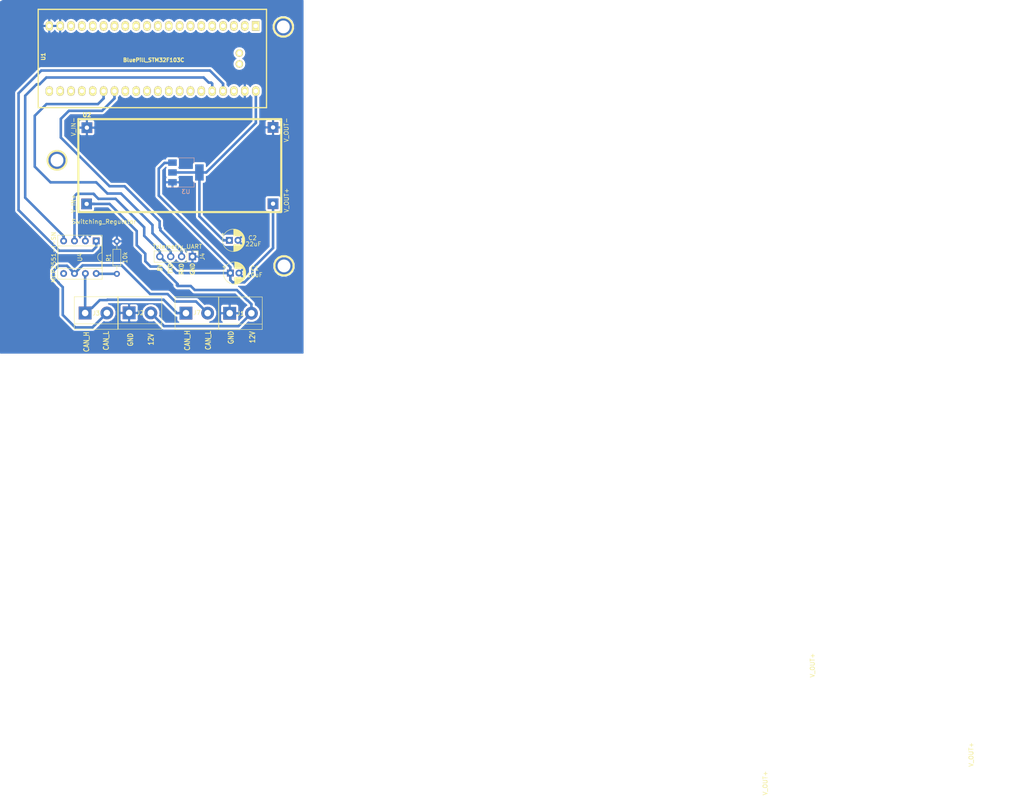
<source format=kicad_pcb>
(kicad_pcb (version 20171130) (host pcbnew 5.0.2+dfsg1-1~bpo9+1)

  (general
    (thickness 1.6)
    (drawings 15)
    (tracks 134)
    (zones 0)
    (modules 15)
    (nets 45)
  )

  (page A4)
  (layers
    (0 F.Cu signal)
    (31 B.Cu signal)
    (32 B.Adhes user)
    (33 F.Adhes user)
    (34 B.Paste user)
    (35 F.Paste user)
    (36 B.SilkS user)
    (37 F.SilkS user)
    (38 B.Mask user)
    (39 F.Mask user)
    (40 Dwgs.User user)
    (41 Cmts.User user)
    (42 Eco1.User user)
    (43 Eco2.User user)
    (44 Edge.Cuts user)
    (45 Margin user)
    (46 B.CrtYd user)
    (47 F.CrtYd user)
    (48 B.Fab user)
    (49 F.Fab user)
  )

  (setup
    (last_trace_width 0.6)
    (trace_clearance 0.15)
    (zone_clearance 0.508)
    (zone_45_only no)
    (trace_min 0.2)
    (segment_width 0.2)
    (edge_width 0.15)
    (via_size 0.8)
    (via_drill 0.4)
    (via_min_size 0.4)
    (via_min_drill 0.3)
    (uvia_size 0.3)
    (uvia_drill 0.1)
    (uvias_allowed no)
    (uvia_min_size 0.2)
    (uvia_min_drill 0.1)
    (pcb_text_width 0.3)
    (pcb_text_size 1.5 1.5)
    (mod_edge_width 0.15)
    (mod_text_size 0.000001 0.000001)
    (mod_text_width 0.15)
    (pad_size 2 1.5)
    (pad_drill 0)
    (pad_to_mask_clearance 0.051)
    (solder_mask_min_width 0.25)
    (aux_axis_origin 0 0)
    (visible_elements FFFFFF7F)
    (pcbplotparams
      (layerselection 0x00020_7ffffffe)
      (usegerberextensions false)
      (usegerberattributes false)
      (usegerberadvancedattributes false)
      (creategerberjobfile false)
      (excludeedgelayer true)
      (linewidth 0.100000)
      (plotframeref false)
      (viasonmask false)
      (mode 1)
      (useauxorigin false)
      (hpglpennumber 1)
      (hpglpenspeed 20)
      (hpglpendiameter 15.000000)
      (psnegative false)
      (psa4output false)
      (plotreference true)
      (plotvalue true)
      (plotinvisibletext false)
      (padsonsilk false)
      (subtractmaskfromsilk false)
      (outputformat 5)
      (mirror true)
      (drillshape 0)
      (scaleselection 1)
      (outputdirectory "output/"))
  )

  (net 0 "")
  (net 1 +5V)
  (net 2 GND)
  (net 3 +3V3)
  (net 4 +12V)
  (net 5 CAN_L)
  (net 6 CAN_H)
  (net 7 USART1_RX)
  (net 8 USART1_TX)
  (net 9 "Net-(R1-Pad1)")
  (net 10 CAN_TX)
  (net 11 CAN_RX)
  (net 12 "Net-(U4-Pad5)")
  (net 13 "Net-(U1-Pad38)")
  (net 14 "Net-(U1-Pad35)")
  (net 15 "Net-(U1-Pad34)")
  (net 16 "Net-(U1-Pad33)")
  (net 17 "Net-(U1-Pad32)")
  (net 18 "Net-(U1-Pad31)")
  (net 19 "Net-(U1-Pad30)")
  (net 20 "Net-(U1-Pad29)")
  (net 21 "Net-(U1-Pad28)")
  (net 22 "Net-(U1-Pad25)")
  (net 23 "Net-(U1-Pad24)")
  (net 24 "Net-(U1-Pad23)")
  (net 25 "Net-(U1-Pad22)")
  (net 26 "Net-(U1-Pad21)")
  (net 27 "Net-(U1-Pad18)")
  (net 28 "Net-(U1-Pad17)")
  (net 29 "Net-(U1-Pad16)")
  (net 30 "Net-(U1-Pad15)")
  (net 31 "Net-(U1-Pad14)")
  (net 32 "Net-(U1-Pad13)")
  (net 33 "Net-(U1-Pad12)")
  (net 34 "Net-(U1-Pad11)")
  (net 35 "Net-(U1-Pad10)")
  (net 36 "Net-(U1-Pad9)")
  (net 37 "Net-(U1-Pad8)")
  (net 38 "Net-(U1-Pad7)")
  (net 39 "Net-(U1-Pad6)")
  (net 40 "Net-(U1-Pad5)")
  (net 41 "Net-(U1-Pad4)")
  (net 42 "Net-(U1-Pad3)")
  (net 43 "Net-(U1-Pad2)")
  (net 44 "Net-(U1-Pad1)")

  (net_class Default "This is the default net class."
    (clearance 0.15)
    (trace_width 0.6)
    (via_dia 0.8)
    (via_drill 0.4)
    (uvia_dia 0.3)
    (uvia_drill 0.1)
    (add_net +12V)
    (add_net +3V3)
    (add_net +5V)
    (add_net CAN_H)
    (add_net CAN_L)
    (add_net CAN_RX)
    (add_net CAN_TX)
    (add_net GND)
    (add_net "Net-(R1-Pad1)")
    (add_net "Net-(U1-Pad1)")
    (add_net "Net-(U1-Pad10)")
    (add_net "Net-(U1-Pad11)")
    (add_net "Net-(U1-Pad12)")
    (add_net "Net-(U1-Pad13)")
    (add_net "Net-(U1-Pad14)")
    (add_net "Net-(U1-Pad15)")
    (add_net "Net-(U1-Pad16)")
    (add_net "Net-(U1-Pad17)")
    (add_net "Net-(U1-Pad18)")
    (add_net "Net-(U1-Pad2)")
    (add_net "Net-(U1-Pad21)")
    (add_net "Net-(U1-Pad22)")
    (add_net "Net-(U1-Pad23)")
    (add_net "Net-(U1-Pad24)")
    (add_net "Net-(U1-Pad25)")
    (add_net "Net-(U1-Pad28)")
    (add_net "Net-(U1-Pad29)")
    (add_net "Net-(U1-Pad3)")
    (add_net "Net-(U1-Pad30)")
    (add_net "Net-(U1-Pad31)")
    (add_net "Net-(U1-Pad32)")
    (add_net "Net-(U1-Pad33)")
    (add_net "Net-(U1-Pad34)")
    (add_net "Net-(U1-Pad35)")
    (add_net "Net-(U1-Pad38)")
    (add_net "Net-(U1-Pad4)")
    (add_net "Net-(U1-Pad5)")
    (add_net "Net-(U1-Pad6)")
    (add_net "Net-(U1-Pad7)")
    (add_net "Net-(U1-Pad8)")
    (add_net "Net-(U1-Pad9)")
    (add_net "Net-(U4-Pad5)")
    (add_net USART1_RX)
    (add_net USART1_TX)
  )

  (module Switching_regulator_foot:switching_regulator (layer F.Cu) (tedit 5CF95EB3) (tstamp 5D116413)
    (at 66.675 101.0412)
    (path /5CE37126)
    (fp_text reference U2 (at 0 -21) (layer F.SilkS)
      (effects (font (size 1 1) (thickness 0.25)))
    )
    (fp_text value Switching_Regulator (at 4 4) (layer F.SilkS)
      (effects (font (size 1 1) (thickness 0.15)))
    )
    (fp_text user V_OUT- (at 46.65218 -17.4625 90) (layer F.SilkS)
      (effects (font (size 1 1) (thickness 0.15)))
    )
    (fp_text user V_OUT+ (at 46.70044 -1.00584 90) (layer F.SilkS)
      (effects (font (size 1 1) (thickness 0.15)))
    )
    (fp_text user V_IN+ (at -3.11658 -0.254 90) (layer F.SilkS)
      (effects (font (size 1 1) (thickness 0.15)))
    )
    (fp_text user V_IN- (at -3.11658 -18.21434 270) (layer F.SilkS)
      (effects (font (size 1 1) (thickness 0.15)))
    )
    (fp_line (start 45.4 -20) (end -2 -20) (layer F.SilkS) (width 0.5))
    (fp_line (start 45.45872 1.7018) (end 45.45872 -20) (layer F.SilkS) (width 0.5))
    (fp_line (start -2.00258 1.7526) (end 45.39742 1.7526) (layer F.SilkS) (width 0.5))
    (fp_line (start -2 -20) (end -2 1.70942) (layer F.SilkS) (width 0.5))
    (pad 2 thru_hole rect (at 43.54068 -18.06448) (size 2.5 2.5) (drill 1) (layers *.Cu *.Mask)
      (net 2 GND))
    (pad 4 thru_hole rect (at 0 -18) (size 2.5 2.5) (drill 1) (layers *.Cu *.Mask)
      (net 2 GND))
    (pad 1 thru_hole rect (at 43.54068 -0.2032) (size 2.5 2.5) (drill 1) (layers *.Cu *.Mask)
      (net 1 +5V))
    (pad 3 thru_hole rect (at -0.05588 -0.1524) (size 2.5 2.5) (drill 1) (layers *.Cu *.Mask)
      (net 4 +12V))
  )

  (module "" (layer F.Cu) (tedit 0) (tstamp 0)
    (at 68.2244 108.204)
    (fp_text reference "" (at 180.3146 109.093) (layer F.SilkS)
      (effects (font (size 1.27 1.27) (thickness 0.15)))
    )
    (fp_text value "" (at 180.3146 109.093) (layer F.SilkS)
      (effects (font (size 1.27 1.27) (thickness 0.15)))
    )
    (fp_text user V_OUT+ (at 168.1552 100.6642 90) (layer F.SilkS)
      (effects (font (size 1 1) (thickness 0.15)))
    )
  )

  (module "" (layer F.Cu) (tedit 0) (tstamp 0)
    (at 105.3338 129.0828)
    (fp_text reference "" (at 180.3146 109.093) (layer F.SilkS)
      (effects (font (size 1.27 1.27) (thickness 0.15)))
    )
    (fp_text value "" (at 180.3146 109.093) (layer F.SilkS)
      (effects (font (size 1.27 1.27) (thickness 0.15)))
    )
    (fp_text user V_OUT+ (at 168.1552 100.6642 90) (layer F.SilkS)
      (effects (font (size 1 1) (thickness 0.15)))
    )
  )

  (module "" (layer F.Cu) (tedit 0) (tstamp 0)
    (at 129.286 126.5428)
    (fp_text reference "" (at 112.3696 110.6678) (layer F.SilkS)
      (effects (font (size 1.27 1.27) (thickness 0.15)))
    )
    (fp_text value "" (at 112.3696 110.6678) (layer F.SilkS)
      (effects (font (size 1.27 1.27) (thickness 0.15)))
    )
    (fp_text user V_OUT+ (at 96.0446 109.8844 90) (layer F.SilkS)
      (effects (font (size 1 1) (thickness 0.15)))
    )
  )

  (module Connector_PinHeader_2.54mm:PinHeader_1x04_P2.54mm_Vertical (layer F.Cu) (tedit 5CF95F95) (tstamp 5CEEF234)
    (at 91.3638 113.2078 270)
    (descr "Through hole straight pin header, 1x04, 2.54mm pitch, single row")
    (tags "Through hole pin header THT 1x04 2.54mm single row")
    (path /5CF3171D)
    (fp_text reference J4 (at 0 -2.33 270) (layer F.SilkS)
      (effects (font (size 1 1) (thickness 0.15)))
    )
    (fp_text value Telemetry_UART (at -2.3368 3.5306) (layer F.SilkS)
      (effects (font (size 1 1) (thickness 0.15)))
    )
    (fp_line (start -0.635 -1.27) (end 1.27 -1.27) (layer F.Fab) (width 0.1))
    (fp_line (start 1.27 -1.27) (end 1.27 8.89) (layer F.Fab) (width 0.1))
    (fp_line (start 1.27 8.89) (end -1.27 8.89) (layer F.Fab) (width 0.1))
    (fp_line (start -1.27 8.89) (end -1.27 -0.635) (layer F.Fab) (width 0.1))
    (fp_line (start -1.27 -0.635) (end -0.635 -1.27) (layer F.Fab) (width 0.1))
    (fp_line (start -1.33 8.95) (end 1.33 8.95) (layer F.SilkS) (width 0.12))
    (fp_line (start -1.33 1.27) (end -1.33 8.95) (layer F.SilkS) (width 0.12))
    (fp_line (start 1.33 1.27) (end 1.33 8.95) (layer F.SilkS) (width 0.12))
    (fp_line (start -1.33 1.27) (end 1.33 1.27) (layer F.SilkS) (width 0.12))
    (fp_line (start -1.33 0) (end -1.33 -1.33) (layer F.SilkS) (width 0.12))
    (fp_line (start -1.33 -1.33) (end 0 -1.33) (layer F.SilkS) (width 0.12))
    (fp_line (start -1.8 -1.8) (end -1.8 9.4) (layer F.CrtYd) (width 0.05))
    (fp_line (start -1.8 9.4) (end 1.8 9.4) (layer F.CrtYd) (width 0.05))
    (fp_line (start 1.8 9.4) (end 1.8 -1.8) (layer F.CrtYd) (width 0.05))
    (fp_line (start 1.8 -1.8) (end -1.8 -1.8) (layer F.CrtYd) (width 0.05))
    (fp_text user %R (at 0 3.81) (layer F.Fab)
      (effects (font (size 1 1) (thickness 0.15)))
    )
    (pad 1 thru_hole rect (at 0 0 270) (size 1.7 1.7) (drill 1) (layers *.Cu *.Mask)
      (net 2 GND))
    (pad 2 thru_hole oval (at 0 2.54 270) (size 1.7 1.7) (drill 1) (layers *.Cu *.Mask)
      (net 7 USART1_RX))
    (pad 3 thru_hole oval (at 0 5.08 270) (size 1.7 1.7) (drill 1) (layers *.Cu *.Mask)
      (net 8 USART1_TX))
    (pad 4 thru_hole oval (at 0 7.62 270) (size 1.7 1.7) (drill 1) (layers *.Cu *.Mask)
      (net 1 +5V))
    (model ${KISYS3DMOD}/Connector_PinHeader_2.54mm.3dshapes/PinHeader_1x04_P2.54mm_Vertical.wrl
      (at (xyz 0 0 0))
      (scale (xyz 1 1 1))
      (rotate (xyz 0 0 0))
    )
  )

  (module Resistor_THT:R_Axial_DIN0204_L3.6mm_D1.6mm_P7.62mm_Horizontal (layer F.Cu) (tedit 5CF95FCA) (tstamp 5CEEF283)
    (at 73.6854 117.2464 90)
    (descr "Resistor, Axial_DIN0204 series, Axial, Horizontal, pin pitch=7.62mm, 0.167W, length*diameter=3.6*1.6mm^2, http://cdn-reichelt.de/documents/datenblatt/B400/1_4W%23YAG.pdf")
    (tags "Resistor Axial_DIN0204 series Axial Horizontal pin pitch 7.62mm 0.167W length 3.6mm diameter 1.6mm")
    (path /5CE9ACFB)
    (fp_text reference R1 (at 3.81 -1.92 90) (layer F.SilkS)
      (effects (font (size 1 1) (thickness 0.15)))
    )
    (fp_text value 10k (at 3.81 1.92 90) (layer F.SilkS)
      (effects (font (size 1 1) (thickness 0.15)))
    )
    (fp_line (start 2.01 -0.8) (end 2.01 0.8) (layer F.Fab) (width 0.1))
    (fp_line (start 2.01 0.8) (end 5.61 0.8) (layer F.Fab) (width 0.1))
    (fp_line (start 5.61 0.8) (end 5.61 -0.8) (layer F.Fab) (width 0.1))
    (fp_line (start 5.61 -0.8) (end 2.01 -0.8) (layer F.Fab) (width 0.1))
    (fp_line (start 0 0) (end 2.01 0) (layer F.Fab) (width 0.1))
    (fp_line (start 7.62 0) (end 5.61 0) (layer F.Fab) (width 0.1))
    (fp_line (start 1.89 -0.92) (end 1.89 0.92) (layer F.SilkS) (width 0.12))
    (fp_line (start 1.89 0.92) (end 5.73 0.92) (layer F.SilkS) (width 0.12))
    (fp_line (start 5.73 0.92) (end 5.73 -0.92) (layer F.SilkS) (width 0.12))
    (fp_line (start 5.73 -0.92) (end 1.89 -0.92) (layer F.SilkS) (width 0.12))
    (fp_line (start 0.94 0) (end 1.89 0) (layer F.SilkS) (width 0.12))
    (fp_line (start 6.68 0) (end 5.73 0) (layer F.SilkS) (width 0.12))
    (fp_line (start -0.95 -1.05) (end -0.95 1.05) (layer F.CrtYd) (width 0.05))
    (fp_line (start -0.95 1.05) (end 8.57 1.05) (layer F.CrtYd) (width 0.05))
    (fp_line (start 8.57 1.05) (end 8.57 -1.05) (layer F.CrtYd) (width 0.05))
    (fp_line (start 8.57 -1.05) (end -0.95 -1.05) (layer F.CrtYd) (width 0.05))
    (fp_text user %R (at 3.81 0 90) (layer F.Fab)
      (effects (font (size 0.72 0.72) (thickness 0.108)))
    )
    (pad 1 thru_hole circle (at 0 0 90) (size 1.4 1.4) (drill 0.7) (layers *.Cu *.Mask)
      (net 9 "Net-(R1-Pad1)"))
    (pad 2 thru_hole oval (at 7.62 0 90) (size 1.4 1.4) (drill 0.7) (layers *.Cu *.Mask)
      (net 2 GND))
    (model ${KISYS3DMOD}/Resistor_THT.3dshapes/R_Axial_DIN0204_L3.6mm_D1.6mm_P7.62mm_Horizontal.wrl
      (at (xyz 0 0 0))
      (scale (xyz 1 1 1))
      (rotate (xyz 0 0 0))
    )
  )

  (module Package_TO_SOT_SMD:SOT-223-3_TabPin2 (layer B.Cu) (tedit 5CF965C3) (tstamp 5CEEF2A9)
    (at 89.8398 93.5228)
    (descr "module CMS SOT223 4 pins")
    (tags "CMS SOT")
    (path /5CE14620)
    (attr smd)
    (fp_text reference U3 (at 0 4.5) (layer B.SilkS)
      (effects (font (size 1 1) (thickness 0.15)) (justify mirror))
    )
    (fp_text value AMS1117-3.3 (at 0 -4.5) (layer B.Fab)
      (effects (font (size 1 1) (thickness 0.15)) (justify mirror))
    )
    (fp_text user %R (at 0 0 -90) (layer B.Fab)
      (effects (font (size 0.8 0.8) (thickness 0.12)) (justify mirror))
    )
    (fp_line (start 1.91 -3.41) (end 1.91 -2.15) (layer B.SilkS) (width 0.12))
    (fp_line (start 1.91 3.41) (end 1.91 2.15) (layer B.SilkS) (width 0.12))
    (fp_line (start 4.4 3.6) (end -4.4 3.6) (layer B.CrtYd) (width 0.05))
    (fp_line (start 4.4 -3.6) (end 4.4 3.6) (layer B.CrtYd) (width 0.05))
    (fp_line (start -4.4 -3.6) (end 4.4 -3.6) (layer B.CrtYd) (width 0.05))
    (fp_line (start -4.4 3.6) (end -4.4 -3.6) (layer B.CrtYd) (width 0.05))
    (fp_line (start -1.85 2.35) (end -0.85 3.35) (layer B.Fab) (width 0.1))
    (fp_line (start -1.85 2.35) (end -1.85 -3.35) (layer B.Fab) (width 0.1))
    (fp_line (start -1.85 -3.41) (end 1.91 -3.41) (layer B.SilkS) (width 0.12))
    (fp_line (start -0.85 3.35) (end 1.85 3.35) (layer B.Fab) (width 0.1))
    (fp_line (start -4.1 3.41) (end 1.91 3.41) (layer B.SilkS) (width 0.12))
    (fp_line (start -1.85 -3.35) (end 1.85 -3.35) (layer B.Fab) (width 0.1))
    (fp_line (start 1.85 3.35) (end 1.85 -3.35) (layer B.Fab) (width 0.1))
    (pad 2 smd rect (at 3.15 0) (size 2 3.8) (layers B.Cu B.Paste B.Mask)
      (net 3 +3V3))
    (pad 2 smd rect (at -3.15 0) (size 2 1.5) (layers B.Cu B.Paste B.Mask)
      (net 3 +3V3))
    (pad 3 smd rect (at -3.15 -2.3) (size 2 1.5) (layers B.Cu B.Paste B.Mask)
      (net 1 +5V))
    (pad 1 smd rect (at -3.15 2.3) (size 2 1.5) (layers B.Cu B.Paste B.Mask)
      (net 2 GND))
    (model ${KISYS3DMOD}/Package_TO_SOT_SMD.3dshapes/SOT-223.wrl
      (at (xyz 0 0 0))
      (scale (xyz 1 1 1))
      (rotate (xyz 0 0 0))
    )
  )

  (module BluePill_Shield:BluePill_STM32F103C (layer F.Cu) (tedit 5CE9EC34) (tstamp 5D06673B)
    (at 106.0958 59.2328 270)
    (descr "STM32F103C8 BluePill board")
    (path /5CE394F4)
    (fp_text reference U1 (at 7.1628 49.6062 90) (layer F.SilkS)
      (effects (font (size 0.889 0.889) (thickness 0.3048)))
    )
    (fp_text value BluePill_STM32F103C (at 7.9756 23.7998) (layer F.SilkS)
      (effects (font (size 0.889 0.889) (thickness 0.22225)))
    )
    (fp_line (start -3.88 -2.59) (end 19.12 -2.59) (layer F.SilkS) (width 0.3048))
    (fp_line (start -3.88 50.81) (end -3.88 -2.59) (layer F.SilkS) (width 0.3048))
    (fp_line (start 19.12 50.81) (end -3.88 50.81) (layer F.SilkS) (width 0.3048))
    (fp_line (start 19.12 -2.59) (end 19.12 50.81) (layer F.SilkS) (width 0.3048))
    (pad 42 thru_hole oval (at 6.36 3.7592) (size 1.7272 1.7272) (drill 1.016) (layers *.Cu *.Mask F.SilkS))
    (pad 41 thru_hole oval (at 8.9 3.7592) (size 1.7272 1.7272) (drill 1.016) (layers *.Cu *.Mask F.SilkS))
    (pad 40 thru_hole oval (at 15.24 -0.1016) (size 1.7272 2.25) (drill 1.016) (layers *.Cu *.Mask F.SilkS)
      (net 3 +3V3))
    (pad 39 thru_hole oval (at 15.24 2.4892) (size 1.7272 2.25) (drill 1.016) (layers *.Cu *.Mask F.SilkS)
      (net 2 GND))
    (pad 38 thru_hole oval (at 15.24 5.0292) (size 1.7272 2.25) (drill 1.016) (layers *.Cu *.Mask F.SilkS)
      (net 13 "Net-(U1-Pad38)"))
    (pad 37 thru_hole oval (at 15.24 7.5692) (size 1.7272 2.25) (drill 1.016) (layers *.Cu *.Mask F.SilkS)
      (net 10 CAN_TX))
    (pad 36 thru_hole oval (at 15.24 10.1092) (size 1.7272 2.25) (drill 1.016) (layers *.Cu *.Mask F.SilkS)
      (net 11 CAN_RX))
    (pad 35 thru_hole oval (at 15.24 12.6492) (size 1.7272 2.25) (drill 1.016) (layers *.Cu *.Mask F.SilkS)
      (net 14 "Net-(U1-Pad35)"))
    (pad 34 thru_hole oval (at 15.24 15.1892) (size 1.7272 2.25) (drill 1.016) (layers *.Cu *.Mask F.SilkS)
      (net 15 "Net-(U1-Pad34)"))
    (pad 33 thru_hole oval (at 15.24 17.7292) (size 1.7272 2.25) (drill 1.016) (layers *.Cu *.Mask F.SilkS)
      (net 16 "Net-(U1-Pad33)"))
    (pad 32 thru_hole oval (at 15.24 20.2692) (size 1.7272 2.25) (drill 1.016) (layers *.Cu *.Mask F.SilkS)
      (net 17 "Net-(U1-Pad32)"))
    (pad 31 thru_hole oval (at 15.24 22.8092) (size 1.7272 2.25) (drill 1.016) (layers *.Cu *.Mask F.SilkS)
      (net 18 "Net-(U1-Pad31)"))
    (pad 30 thru_hole oval (at 15.24 25.3492) (size 1.7272 2.25) (drill 1.016) (layers *.Cu *.Mask F.SilkS)
      (net 19 "Net-(U1-Pad30)"))
    (pad 29 thru_hole oval (at 15.24 27.8892) (size 1.7272 2.25) (drill 1.016) (layers *.Cu *.Mask F.SilkS)
      (net 20 "Net-(U1-Pad29)"))
    (pad 28 thru_hole oval (at 15.24 30.4292) (size 1.7272 2.25) (drill 1.016) (layers *.Cu *.Mask F.SilkS)
      (net 21 "Net-(U1-Pad28)"))
    (pad 27 thru_hole oval (at 15.24 32.9692) (size 1.7272 2.25) (drill 1.016) (layers *.Cu *.Mask F.SilkS)
      (net 7 USART1_RX))
    (pad 26 thru_hole oval (at 15.24 35.5092) (size 1.7272 2.25) (drill 1.016) (layers *.Cu *.Mask F.SilkS)
      (net 8 USART1_TX))
    (pad 25 thru_hole oval (at 15.24 38.0492) (size 1.7272 2.25) (drill 1.016) (layers *.Cu *.Mask F.SilkS)
      (net 22 "Net-(U1-Pad25)"))
    (pad 24 thru_hole oval (at 15.24 40.5892) (size 1.7272 2.25) (drill 1.016) (layers *.Cu *.Mask F.SilkS)
      (net 23 "Net-(U1-Pad24)"))
    (pad 23 thru_hole oval (at 15.24 43.1292) (size 1.7272 2.25) (drill 1.016) (layers *.Cu *.Mask F.SilkS)
      (net 24 "Net-(U1-Pad23)"))
    (pad 22 thru_hole oval (at 15.24 45.6692) (size 1.7272 2.25) (drill 1.016) (layers *.Cu *.Mask F.SilkS)
      (net 25 "Net-(U1-Pad22)"))
    (pad 21 thru_hole oval (at 15.24 48.2092) (size 1.7272 2.25) (drill 1.016) (layers *.Cu *.Mask F.SilkS)
      (net 26 "Net-(U1-Pad21)"))
    (pad 20 thru_hole oval (at 0 48.2092 180) (size 1.7272 2.25) (drill 1.016) (layers *.Cu *.Mask F.SilkS)
      (net 2 GND))
    (pad 19 thru_hole oval (at 0 45.6692 180) (size 1.7272 2.25) (drill 1.016) (layers *.Cu *.Mask F.SilkS)
      (net 2 GND))
    (pad 18 thru_hole oval (at 0 43.1292 180) (size 1.7272 2.25) (drill 1.016) (layers *.Cu *.Mask F.SilkS)
      (net 27 "Net-(U1-Pad18)"))
    (pad 17 thru_hole oval (at 0 40.5892 180) (size 1.7272 2.25) (drill 1.016) (layers *.Cu *.Mask F.SilkS)
      (net 28 "Net-(U1-Pad17)"))
    (pad 16 thru_hole oval (at 0 38.0492 180) (size 1.7272 2.25) (drill 1.016) (layers *.Cu *.Mask F.SilkS)
      (net 29 "Net-(U1-Pad16)"))
    (pad 15 thru_hole oval (at 0 35.5092 180) (size 1.7272 2.25) (drill 1.016) (layers *.Cu *.Mask F.SilkS)
      (net 30 "Net-(U1-Pad15)"))
    (pad 14 thru_hole oval (at 0 32.9692 180) (size 1.7272 2.25) (drill 1.016) (layers *.Cu *.Mask F.SilkS)
      (net 31 "Net-(U1-Pad14)"))
    (pad 13 thru_hole oval (at 0 30.4292 180) (size 1.7272 2.25) (drill 1.016) (layers *.Cu *.Mask F.SilkS)
      (net 32 "Net-(U1-Pad13)"))
    (pad 12 thru_hole oval (at 0 27.8892 180) (size 1.7272 2.25) (drill 1.016) (layers *.Cu *.Mask F.SilkS)
      (net 33 "Net-(U1-Pad12)"))
    (pad 11 thru_hole oval (at 0 25.3492 180) (size 1.7272 2.25) (drill 1.016) (layers *.Cu *.Mask F.SilkS)
      (net 34 "Net-(U1-Pad11)"))
    (pad 10 thru_hole oval (at 0 22.8092 180) (size 1.7272 2.25) (drill 1.016) (layers *.Cu *.Mask F.SilkS)
      (net 35 "Net-(U1-Pad10)"))
    (pad 9 thru_hole oval (at 0 20.2692 180) (size 1.7272 2.25) (drill 1.016) (layers *.Cu *.Mask F.SilkS)
      (net 36 "Net-(U1-Pad9)"))
    (pad 8 thru_hole oval (at 0 17.7292 180) (size 1.7272 2.25) (drill 1.016) (layers *.Cu *.Mask F.SilkS)
      (net 37 "Net-(U1-Pad8)"))
    (pad 7 thru_hole oval (at 0 15.1892 180) (size 1.7272 2.25) (drill 1.016) (layers *.Cu *.Mask F.SilkS)
      (net 38 "Net-(U1-Pad7)"))
    (pad 6 thru_hole oval (at 0 12.6492 180) (size 1.7272 2.25) (drill 1.016) (layers *.Cu *.Mask F.SilkS)
      (net 39 "Net-(U1-Pad6)"))
    (pad 5 thru_hole oval (at 0 10.1092 180) (size 1.7272 2.25) (drill 1.016) (layers *.Cu *.Mask F.SilkS)
      (net 40 "Net-(U1-Pad5)"))
    (pad 4 thru_hole oval (at 0 7.5692 180) (size 1.7272 2.25) (drill 1.016) (layers *.Cu *.Mask F.SilkS)
      (net 41 "Net-(U1-Pad4)"))
    (pad 3 thru_hole oval (at 0 5.0292 180) (size 1.7272 2.25) (drill 1.016) (layers *.Cu *.Mask F.SilkS)
      (net 42 "Net-(U1-Pad3)"))
    (pad 2 thru_hole oval (at 0 2.4892 180) (size 1.7272 2.25) (drill 1.016) (layers *.Cu *.Mask F.SilkS)
      (net 43 "Net-(U1-Pad2)"))
    (pad 1 thru_hole rect (at 0 -0.0508 180) (size 1.7272 2.25) (drill 1.016) (layers *.Cu *.Mask F.SilkS)
      (net 44 "Net-(U1-Pad1)"))
  )

  (module Capacitor_THT:CP_Radial_D5.0mm_P2.00mm (layer F.Cu) (tedit 5CEF2A42) (tstamp 5D11234F)
    (at 100.2284 117.0686)
    (descr "CP, Radial series, Radial, pin pitch=2.00mm, , diameter=5mm, Electrolytic Capacitor")
    (tags "CP Radial series Radial pin pitch 2.00mm  diameter 5mm Electrolytic Capacitor")
    (path /5CE176D3)
    (fp_text reference C1 (at 5.715 -1.1176) (layer F.SilkS)
      (effects (font (size 1 1) (thickness 0.15)))
    )
    (fp_text value 10uF (at 5.6896 0.4318) (layer F.SilkS)
      (effects (font (size 1 1) (thickness 0.15)))
    )
    (fp_circle (center 1 0) (end 3.5 0) (layer F.Fab) (width 0.1))
    (fp_circle (center 1 0) (end 3.62 0) (layer F.SilkS) (width 0.12))
    (fp_circle (center 1 0) (end 3.75 0) (layer F.CrtYd) (width 0.05))
    (fp_line (start -1.133605 -1.0875) (end -0.633605 -1.0875) (layer F.Fab) (width 0.1))
    (fp_line (start -0.883605 -1.3375) (end -0.883605 -0.8375) (layer F.Fab) (width 0.1))
    (fp_line (start 1 1.04) (end 1 2.58) (layer F.SilkS) (width 0.12))
    (fp_line (start 1 -2.58) (end 1 -1.04) (layer F.SilkS) (width 0.12))
    (fp_line (start 1.04 1.04) (end 1.04 2.58) (layer F.SilkS) (width 0.12))
    (fp_line (start 1.04 -2.58) (end 1.04 -1.04) (layer F.SilkS) (width 0.12))
    (fp_line (start 1.08 -2.579) (end 1.08 -1.04) (layer F.SilkS) (width 0.12))
    (fp_line (start 1.08 1.04) (end 1.08 2.579) (layer F.SilkS) (width 0.12))
    (fp_line (start 1.12 -2.578) (end 1.12 -1.04) (layer F.SilkS) (width 0.12))
    (fp_line (start 1.12 1.04) (end 1.12 2.578) (layer F.SilkS) (width 0.12))
    (fp_line (start 1.16 -2.576) (end 1.16 -1.04) (layer F.SilkS) (width 0.12))
    (fp_line (start 1.16 1.04) (end 1.16 2.576) (layer F.SilkS) (width 0.12))
    (fp_line (start 1.2 -2.573) (end 1.2 -1.04) (layer F.SilkS) (width 0.12))
    (fp_line (start 1.2 1.04) (end 1.2 2.573) (layer F.SilkS) (width 0.12))
    (fp_line (start 1.24 -2.569) (end 1.24 -1.04) (layer F.SilkS) (width 0.12))
    (fp_line (start 1.24 1.04) (end 1.24 2.569) (layer F.SilkS) (width 0.12))
    (fp_line (start 1.28 -2.565) (end 1.28 -1.04) (layer F.SilkS) (width 0.12))
    (fp_line (start 1.28 1.04) (end 1.28 2.565) (layer F.SilkS) (width 0.12))
    (fp_line (start 1.32 -2.561) (end 1.32 -1.04) (layer F.SilkS) (width 0.12))
    (fp_line (start 1.32 1.04) (end 1.32 2.561) (layer F.SilkS) (width 0.12))
    (fp_line (start 1.36 -2.556) (end 1.36 -1.04) (layer F.SilkS) (width 0.12))
    (fp_line (start 1.36 1.04) (end 1.36 2.556) (layer F.SilkS) (width 0.12))
    (fp_line (start 1.4 -2.55) (end 1.4 -1.04) (layer F.SilkS) (width 0.12))
    (fp_line (start 1.4 1.04) (end 1.4 2.55) (layer F.SilkS) (width 0.12))
    (fp_line (start 1.44 -2.543) (end 1.44 -1.04) (layer F.SilkS) (width 0.12))
    (fp_line (start 1.44 1.04) (end 1.44 2.543) (layer F.SilkS) (width 0.12))
    (fp_line (start 1.48 -2.536) (end 1.48 -1.04) (layer F.SilkS) (width 0.12))
    (fp_line (start 1.48 1.04) (end 1.48 2.536) (layer F.SilkS) (width 0.12))
    (fp_line (start 1.52 -2.528) (end 1.52 -1.04) (layer F.SilkS) (width 0.12))
    (fp_line (start 1.52 1.04) (end 1.52 2.528) (layer F.SilkS) (width 0.12))
    (fp_line (start 1.56 -2.52) (end 1.56 -1.04) (layer F.SilkS) (width 0.12))
    (fp_line (start 1.56 1.04) (end 1.56 2.52) (layer F.SilkS) (width 0.12))
    (fp_line (start 1.6 -2.511) (end 1.6 -1.04) (layer F.SilkS) (width 0.12))
    (fp_line (start 1.6 1.04) (end 1.6 2.511) (layer F.SilkS) (width 0.12))
    (fp_line (start 1.64 -2.501) (end 1.64 -1.04) (layer F.SilkS) (width 0.12))
    (fp_line (start 1.64 1.04) (end 1.64 2.501) (layer F.SilkS) (width 0.12))
    (fp_line (start 1.68 -2.491) (end 1.68 -1.04) (layer F.SilkS) (width 0.12))
    (fp_line (start 1.68 1.04) (end 1.68 2.491) (layer F.SilkS) (width 0.12))
    (fp_line (start 1.721 -2.48) (end 1.721 -1.04) (layer F.SilkS) (width 0.12))
    (fp_line (start 1.721 1.04) (end 1.721 2.48) (layer F.SilkS) (width 0.12))
    (fp_line (start 1.761 -2.468) (end 1.761 -1.04) (layer F.SilkS) (width 0.12))
    (fp_line (start 1.761 1.04) (end 1.761 2.468) (layer F.SilkS) (width 0.12))
    (fp_line (start 1.801 -2.455) (end 1.801 -1.04) (layer F.SilkS) (width 0.12))
    (fp_line (start 1.801 1.04) (end 1.801 2.455) (layer F.SilkS) (width 0.12))
    (fp_line (start 1.841 -2.442) (end 1.841 -1.04) (layer F.SilkS) (width 0.12))
    (fp_line (start 1.841 1.04) (end 1.841 2.442) (layer F.SilkS) (width 0.12))
    (fp_line (start 1.881 -2.428) (end 1.881 -1.04) (layer F.SilkS) (width 0.12))
    (fp_line (start 1.881 1.04) (end 1.881 2.428) (layer F.SilkS) (width 0.12))
    (fp_line (start 1.921 -2.414) (end 1.921 -1.04) (layer F.SilkS) (width 0.12))
    (fp_line (start 1.921 1.04) (end 1.921 2.414) (layer F.SilkS) (width 0.12))
    (fp_line (start 1.961 -2.398) (end 1.961 -1.04) (layer F.SilkS) (width 0.12))
    (fp_line (start 1.961 1.04) (end 1.961 2.398) (layer F.SilkS) (width 0.12))
    (fp_line (start 2.001 -2.382) (end 2.001 -1.04) (layer F.SilkS) (width 0.12))
    (fp_line (start 2.001 1.04) (end 2.001 2.382) (layer F.SilkS) (width 0.12))
    (fp_line (start 2.041 -2.365) (end 2.041 -1.04) (layer F.SilkS) (width 0.12))
    (fp_line (start 2.041 1.04) (end 2.041 2.365) (layer F.SilkS) (width 0.12))
    (fp_line (start 2.081 -2.348) (end 2.081 -1.04) (layer F.SilkS) (width 0.12))
    (fp_line (start 2.081 1.04) (end 2.081 2.348) (layer F.SilkS) (width 0.12))
    (fp_line (start 2.121 -2.329) (end 2.121 -1.04) (layer F.SilkS) (width 0.12))
    (fp_line (start 2.121 1.04) (end 2.121 2.329) (layer F.SilkS) (width 0.12))
    (fp_line (start 2.161 -2.31) (end 2.161 -1.04) (layer F.SilkS) (width 0.12))
    (fp_line (start 2.161 1.04) (end 2.161 2.31) (layer F.SilkS) (width 0.12))
    (fp_line (start 2.201 -2.29) (end 2.201 -1.04) (layer F.SilkS) (width 0.12))
    (fp_line (start 2.201 1.04) (end 2.201 2.29) (layer F.SilkS) (width 0.12))
    (fp_line (start 2.241 -2.268) (end 2.241 -1.04) (layer F.SilkS) (width 0.12))
    (fp_line (start 2.241 1.04) (end 2.241 2.268) (layer F.SilkS) (width 0.12))
    (fp_line (start 2.281 -2.247) (end 2.281 -1.04) (layer F.SilkS) (width 0.12))
    (fp_line (start 2.281 1.04) (end 2.281 2.247) (layer F.SilkS) (width 0.12))
    (fp_line (start 2.321 -2.224) (end 2.321 -1.04) (layer F.SilkS) (width 0.12))
    (fp_line (start 2.321 1.04) (end 2.321 2.224) (layer F.SilkS) (width 0.12))
    (fp_line (start 2.361 -2.2) (end 2.361 -1.04) (layer F.SilkS) (width 0.12))
    (fp_line (start 2.361 1.04) (end 2.361 2.2) (layer F.SilkS) (width 0.12))
    (fp_line (start 2.401 -2.175) (end 2.401 -1.04) (layer F.SilkS) (width 0.12))
    (fp_line (start 2.401 1.04) (end 2.401 2.175) (layer F.SilkS) (width 0.12))
    (fp_line (start 2.441 -2.149) (end 2.441 -1.04) (layer F.SilkS) (width 0.12))
    (fp_line (start 2.441 1.04) (end 2.441 2.149) (layer F.SilkS) (width 0.12))
    (fp_line (start 2.481 -2.122) (end 2.481 -1.04) (layer F.SilkS) (width 0.12))
    (fp_line (start 2.481 1.04) (end 2.481 2.122) (layer F.SilkS) (width 0.12))
    (fp_line (start 2.521 -2.095) (end 2.521 -1.04) (layer F.SilkS) (width 0.12))
    (fp_line (start 2.521 1.04) (end 2.521 2.095) (layer F.SilkS) (width 0.12))
    (fp_line (start 2.561 -2.065) (end 2.561 -1.04) (layer F.SilkS) (width 0.12))
    (fp_line (start 2.561 1.04) (end 2.561 2.065) (layer F.SilkS) (width 0.12))
    (fp_line (start 2.601 -2.035) (end 2.601 -1.04) (layer F.SilkS) (width 0.12))
    (fp_line (start 2.601 1.04) (end 2.601 2.035) (layer F.SilkS) (width 0.12))
    (fp_line (start 2.641 -2.004) (end 2.641 -1.04) (layer F.SilkS) (width 0.12))
    (fp_line (start 2.641 1.04) (end 2.641 2.004) (layer F.SilkS) (width 0.12))
    (fp_line (start 2.681 -1.971) (end 2.681 -1.04) (layer F.SilkS) (width 0.12))
    (fp_line (start 2.681 1.04) (end 2.681 1.971) (layer F.SilkS) (width 0.12))
    (fp_line (start 2.721 -1.937) (end 2.721 -1.04) (layer F.SilkS) (width 0.12))
    (fp_line (start 2.721 1.04) (end 2.721 1.937) (layer F.SilkS) (width 0.12))
    (fp_line (start 2.761 -1.901) (end 2.761 -1.04) (layer F.SilkS) (width 0.12))
    (fp_line (start 2.761 1.04) (end 2.761 1.901) (layer F.SilkS) (width 0.12))
    (fp_line (start 2.801 -1.864) (end 2.801 -1.04) (layer F.SilkS) (width 0.12))
    (fp_line (start 2.801 1.04) (end 2.801 1.864) (layer F.SilkS) (width 0.12))
    (fp_line (start 2.841 -1.826) (end 2.841 -1.04) (layer F.SilkS) (width 0.12))
    (fp_line (start 2.841 1.04) (end 2.841 1.826) (layer F.SilkS) (width 0.12))
    (fp_line (start 2.881 -1.785) (end 2.881 -1.04) (layer F.SilkS) (width 0.12))
    (fp_line (start 2.881 1.04) (end 2.881 1.785) (layer F.SilkS) (width 0.12))
    (fp_line (start 2.921 -1.743) (end 2.921 -1.04) (layer F.SilkS) (width 0.12))
    (fp_line (start 2.921 1.04) (end 2.921 1.743) (layer F.SilkS) (width 0.12))
    (fp_line (start 2.961 -1.699) (end 2.961 -1.04) (layer F.SilkS) (width 0.12))
    (fp_line (start 2.961 1.04) (end 2.961 1.699) (layer F.SilkS) (width 0.12))
    (fp_line (start 3.001 -1.653) (end 3.001 -1.04) (layer F.SilkS) (width 0.12))
    (fp_line (start 3.001 1.04) (end 3.001 1.653) (layer F.SilkS) (width 0.12))
    (fp_line (start 3.041 -1.605) (end 3.041 1.605) (layer F.SilkS) (width 0.12))
    (fp_line (start 3.081 -1.554) (end 3.081 1.554) (layer F.SilkS) (width 0.12))
    (fp_line (start 3.121 -1.5) (end 3.121 1.5) (layer F.SilkS) (width 0.12))
    (fp_line (start 3.161 -1.443) (end 3.161 1.443) (layer F.SilkS) (width 0.12))
    (fp_line (start 3.201 -1.383) (end 3.201 1.383) (layer F.SilkS) (width 0.12))
    (fp_line (start 3.241 -1.319) (end 3.241 1.319) (layer F.SilkS) (width 0.12))
    (fp_line (start 3.281 -1.251) (end 3.281 1.251) (layer F.SilkS) (width 0.12))
    (fp_line (start 3.321 -1.178) (end 3.321 1.178) (layer F.SilkS) (width 0.12))
    (fp_line (start 3.361 -1.098) (end 3.361 1.098) (layer F.SilkS) (width 0.12))
    (fp_line (start 3.401 -1.011) (end 3.401 1.011) (layer F.SilkS) (width 0.12))
    (fp_line (start 3.441 -0.915) (end 3.441 0.915) (layer F.SilkS) (width 0.12))
    (fp_line (start 3.481 -0.805) (end 3.481 0.805) (layer F.SilkS) (width 0.12))
    (fp_line (start 3.521 -0.677) (end 3.521 0.677) (layer F.SilkS) (width 0.12))
    (fp_line (start 3.561 -0.518) (end 3.561 0.518) (layer F.SilkS) (width 0.12))
    (fp_line (start 3.601 -0.284) (end 3.601 0.284) (layer F.SilkS) (width 0.12))
    (fp_line (start -1.804775 -1.475) (end -1.304775 -1.475) (layer F.SilkS) (width 0.12))
    (fp_line (start -1.554775 -1.725) (end -1.554775 -1.225) (layer F.SilkS) (width 0.12))
    (fp_text user %R (at 1 0) (layer F.Fab)
      (effects (font (size 1 1) (thickness 0.15)))
    )
    (pad 1 thru_hole rect (at 0 0) (size 1.6 1.6) (drill 0.8) (layers *.Cu *.Mask)
      (net 1 +5V))
    (pad 2 thru_hole circle (at 2 0) (size 1.6 1.6) (drill 0.8) (layers *.Cu *.Mask)
      (net 2 GND))
    (model ${KISYS3DMOD}/Capacitor_THT.3dshapes/CP_Radial_D5.0mm_P2.00mm.wrl
      (at (xyz 0 0 0))
      (scale (xyz 1 1 1))
      (rotate (xyz 0 0 0))
    )
  )

  (module Capacitor_THT:CP_Radial_D5.0mm_P2.00mm (layer F.Cu) (tedit 5CEF2A28) (tstamp 5D1123D1)
    (at 99.9998 109.3978)
    (descr "CP, Radial series, Radial, pin pitch=2.00mm, , diameter=5mm, Electrolytic Capacitor")
    (tags "CP Radial series Radial pin pitch 2.00mm  diameter 5mm Electrolytic Capacitor")
    (path /5CE17CE3)
    (fp_text reference C2 (at 5.4102 -0.5588) (layer F.SilkS)
      (effects (font (size 1 1) (thickness 0.15)))
    )
    (fp_text value 22uF (at 5.6134 0.889) (layer F.SilkS)
      (effects (font (size 1 1) (thickness 0.15)))
    )
    (fp_text user %R (at 1 0) (layer F.Fab)
      (effects (font (size 1 1) (thickness 0.15)))
    )
    (fp_line (start -1.554775 -1.725) (end -1.554775 -1.225) (layer F.SilkS) (width 0.12))
    (fp_line (start -1.804775 -1.475) (end -1.304775 -1.475) (layer F.SilkS) (width 0.12))
    (fp_line (start 3.601 -0.284) (end 3.601 0.284) (layer F.SilkS) (width 0.12))
    (fp_line (start 3.561 -0.518) (end 3.561 0.518) (layer F.SilkS) (width 0.12))
    (fp_line (start 3.521 -0.677) (end 3.521 0.677) (layer F.SilkS) (width 0.12))
    (fp_line (start 3.481 -0.805) (end 3.481 0.805) (layer F.SilkS) (width 0.12))
    (fp_line (start 3.441 -0.915) (end 3.441 0.915) (layer F.SilkS) (width 0.12))
    (fp_line (start 3.401 -1.011) (end 3.401 1.011) (layer F.SilkS) (width 0.12))
    (fp_line (start 3.361 -1.098) (end 3.361 1.098) (layer F.SilkS) (width 0.12))
    (fp_line (start 3.321 -1.178) (end 3.321 1.178) (layer F.SilkS) (width 0.12))
    (fp_line (start 3.281 -1.251) (end 3.281 1.251) (layer F.SilkS) (width 0.12))
    (fp_line (start 3.241 -1.319) (end 3.241 1.319) (layer F.SilkS) (width 0.12))
    (fp_line (start 3.201 -1.383) (end 3.201 1.383) (layer F.SilkS) (width 0.12))
    (fp_line (start 3.161 -1.443) (end 3.161 1.443) (layer F.SilkS) (width 0.12))
    (fp_line (start 3.121 -1.5) (end 3.121 1.5) (layer F.SilkS) (width 0.12))
    (fp_line (start 3.081 -1.554) (end 3.081 1.554) (layer F.SilkS) (width 0.12))
    (fp_line (start 3.041 -1.605) (end 3.041 1.605) (layer F.SilkS) (width 0.12))
    (fp_line (start 3.001 1.04) (end 3.001 1.653) (layer F.SilkS) (width 0.12))
    (fp_line (start 3.001 -1.653) (end 3.001 -1.04) (layer F.SilkS) (width 0.12))
    (fp_line (start 2.961 1.04) (end 2.961 1.699) (layer F.SilkS) (width 0.12))
    (fp_line (start 2.961 -1.699) (end 2.961 -1.04) (layer F.SilkS) (width 0.12))
    (fp_line (start 2.921 1.04) (end 2.921 1.743) (layer F.SilkS) (width 0.12))
    (fp_line (start 2.921 -1.743) (end 2.921 -1.04) (layer F.SilkS) (width 0.12))
    (fp_line (start 2.881 1.04) (end 2.881 1.785) (layer F.SilkS) (width 0.12))
    (fp_line (start 2.881 -1.785) (end 2.881 -1.04) (layer F.SilkS) (width 0.12))
    (fp_line (start 2.841 1.04) (end 2.841 1.826) (layer F.SilkS) (width 0.12))
    (fp_line (start 2.841 -1.826) (end 2.841 -1.04) (layer F.SilkS) (width 0.12))
    (fp_line (start 2.801 1.04) (end 2.801 1.864) (layer F.SilkS) (width 0.12))
    (fp_line (start 2.801 -1.864) (end 2.801 -1.04) (layer F.SilkS) (width 0.12))
    (fp_line (start 2.761 1.04) (end 2.761 1.901) (layer F.SilkS) (width 0.12))
    (fp_line (start 2.761 -1.901) (end 2.761 -1.04) (layer F.SilkS) (width 0.12))
    (fp_line (start 2.721 1.04) (end 2.721 1.937) (layer F.SilkS) (width 0.12))
    (fp_line (start 2.721 -1.937) (end 2.721 -1.04) (layer F.SilkS) (width 0.12))
    (fp_line (start 2.681 1.04) (end 2.681 1.971) (layer F.SilkS) (width 0.12))
    (fp_line (start 2.681 -1.971) (end 2.681 -1.04) (layer F.SilkS) (width 0.12))
    (fp_line (start 2.641 1.04) (end 2.641 2.004) (layer F.SilkS) (width 0.12))
    (fp_line (start 2.641 -2.004) (end 2.641 -1.04) (layer F.SilkS) (width 0.12))
    (fp_line (start 2.601 1.04) (end 2.601 2.035) (layer F.SilkS) (width 0.12))
    (fp_line (start 2.601 -2.035) (end 2.601 -1.04) (layer F.SilkS) (width 0.12))
    (fp_line (start 2.561 1.04) (end 2.561 2.065) (layer F.SilkS) (width 0.12))
    (fp_line (start 2.561 -2.065) (end 2.561 -1.04) (layer F.SilkS) (width 0.12))
    (fp_line (start 2.521 1.04) (end 2.521 2.095) (layer F.SilkS) (width 0.12))
    (fp_line (start 2.521 -2.095) (end 2.521 -1.04) (layer F.SilkS) (width 0.12))
    (fp_line (start 2.481 1.04) (end 2.481 2.122) (layer F.SilkS) (width 0.12))
    (fp_line (start 2.481 -2.122) (end 2.481 -1.04) (layer F.SilkS) (width 0.12))
    (fp_line (start 2.441 1.04) (end 2.441 2.149) (layer F.SilkS) (width 0.12))
    (fp_line (start 2.441 -2.149) (end 2.441 -1.04) (layer F.SilkS) (width 0.12))
    (fp_line (start 2.401 1.04) (end 2.401 2.175) (layer F.SilkS) (width 0.12))
    (fp_line (start 2.401 -2.175) (end 2.401 -1.04) (layer F.SilkS) (width 0.12))
    (fp_line (start 2.361 1.04) (end 2.361 2.2) (layer F.SilkS) (width 0.12))
    (fp_line (start 2.361 -2.2) (end 2.361 -1.04) (layer F.SilkS) (width 0.12))
    (fp_line (start 2.321 1.04) (end 2.321 2.224) (layer F.SilkS) (width 0.12))
    (fp_line (start 2.321 -2.224) (end 2.321 -1.04) (layer F.SilkS) (width 0.12))
    (fp_line (start 2.281 1.04) (end 2.281 2.247) (layer F.SilkS) (width 0.12))
    (fp_line (start 2.281 -2.247) (end 2.281 -1.04) (layer F.SilkS) (width 0.12))
    (fp_line (start 2.241 1.04) (end 2.241 2.268) (layer F.SilkS) (width 0.12))
    (fp_line (start 2.241 -2.268) (end 2.241 -1.04) (layer F.SilkS) (width 0.12))
    (fp_line (start 2.201 1.04) (end 2.201 2.29) (layer F.SilkS) (width 0.12))
    (fp_line (start 2.201 -2.29) (end 2.201 -1.04) (layer F.SilkS) (width 0.12))
    (fp_line (start 2.161 1.04) (end 2.161 2.31) (layer F.SilkS) (width 0.12))
    (fp_line (start 2.161 -2.31) (end 2.161 -1.04) (layer F.SilkS) (width 0.12))
    (fp_line (start 2.121 1.04) (end 2.121 2.329) (layer F.SilkS) (width 0.12))
    (fp_line (start 2.121 -2.329) (end 2.121 -1.04) (layer F.SilkS) (width 0.12))
    (fp_line (start 2.081 1.04) (end 2.081 2.348) (layer F.SilkS) (width 0.12))
    (fp_line (start 2.081 -2.348) (end 2.081 -1.04) (layer F.SilkS) (width 0.12))
    (fp_line (start 2.041 1.04) (end 2.041 2.365) (layer F.SilkS) (width 0.12))
    (fp_line (start 2.041 -2.365) (end 2.041 -1.04) (layer F.SilkS) (width 0.12))
    (fp_line (start 2.001 1.04) (end 2.001 2.382) (layer F.SilkS) (width 0.12))
    (fp_line (start 2.001 -2.382) (end 2.001 -1.04) (layer F.SilkS) (width 0.12))
    (fp_line (start 1.961 1.04) (end 1.961 2.398) (layer F.SilkS) (width 0.12))
    (fp_line (start 1.961 -2.398) (end 1.961 -1.04) (layer F.SilkS) (width 0.12))
    (fp_line (start 1.921 1.04) (end 1.921 2.414) (layer F.SilkS) (width 0.12))
    (fp_line (start 1.921 -2.414) (end 1.921 -1.04) (layer F.SilkS) (width 0.12))
    (fp_line (start 1.881 1.04) (end 1.881 2.428) (layer F.SilkS) (width 0.12))
    (fp_line (start 1.881 -2.428) (end 1.881 -1.04) (layer F.SilkS) (width 0.12))
    (fp_line (start 1.841 1.04) (end 1.841 2.442) (layer F.SilkS) (width 0.12))
    (fp_line (start 1.841 -2.442) (end 1.841 -1.04) (layer F.SilkS) (width 0.12))
    (fp_line (start 1.801 1.04) (end 1.801 2.455) (layer F.SilkS) (width 0.12))
    (fp_line (start 1.801 -2.455) (end 1.801 -1.04) (layer F.SilkS) (width 0.12))
    (fp_line (start 1.761 1.04) (end 1.761 2.468) (layer F.SilkS) (width 0.12))
    (fp_line (start 1.761 -2.468) (end 1.761 -1.04) (layer F.SilkS) (width 0.12))
    (fp_line (start 1.721 1.04) (end 1.721 2.48) (layer F.SilkS) (width 0.12))
    (fp_line (start 1.721 -2.48) (end 1.721 -1.04) (layer F.SilkS) (width 0.12))
    (fp_line (start 1.68 1.04) (end 1.68 2.491) (layer F.SilkS) (width 0.12))
    (fp_line (start 1.68 -2.491) (end 1.68 -1.04) (layer F.SilkS) (width 0.12))
    (fp_line (start 1.64 1.04) (end 1.64 2.501) (layer F.SilkS) (width 0.12))
    (fp_line (start 1.64 -2.501) (end 1.64 -1.04) (layer F.SilkS) (width 0.12))
    (fp_line (start 1.6 1.04) (end 1.6 2.511) (layer F.SilkS) (width 0.12))
    (fp_line (start 1.6 -2.511) (end 1.6 -1.04) (layer F.SilkS) (width 0.12))
    (fp_line (start 1.56 1.04) (end 1.56 2.52) (layer F.SilkS) (width 0.12))
    (fp_line (start 1.56 -2.52) (end 1.56 -1.04) (layer F.SilkS) (width 0.12))
    (fp_line (start 1.52 1.04) (end 1.52 2.528) (layer F.SilkS) (width 0.12))
    (fp_line (start 1.52 -2.528) (end 1.52 -1.04) (layer F.SilkS) (width 0.12))
    (fp_line (start 1.48 1.04) (end 1.48 2.536) (layer F.SilkS) (width 0.12))
    (fp_line (start 1.48 -2.536) (end 1.48 -1.04) (layer F.SilkS) (width 0.12))
    (fp_line (start 1.44 1.04) (end 1.44 2.543) (layer F.SilkS) (width 0.12))
    (fp_line (start 1.44 -2.543) (end 1.44 -1.04) (layer F.SilkS) (width 0.12))
    (fp_line (start 1.4 1.04) (end 1.4 2.55) (layer F.SilkS) (width 0.12))
    (fp_line (start 1.4 -2.55) (end 1.4 -1.04) (layer F.SilkS) (width 0.12))
    (fp_line (start 1.36 1.04) (end 1.36 2.556) (layer F.SilkS) (width 0.12))
    (fp_line (start 1.36 -2.556) (end 1.36 -1.04) (layer F.SilkS) (width 0.12))
    (fp_line (start 1.32 1.04) (end 1.32 2.561) (layer F.SilkS) (width 0.12))
    (fp_line (start 1.32 -2.561) (end 1.32 -1.04) (layer F.SilkS) (width 0.12))
    (fp_line (start 1.28 1.04) (end 1.28 2.565) (layer F.SilkS) (width 0.12))
    (fp_line (start 1.28 -2.565) (end 1.28 -1.04) (layer F.SilkS) (width 0.12))
    (fp_line (start 1.24 1.04) (end 1.24 2.569) (layer F.SilkS) (width 0.12))
    (fp_line (start 1.24 -2.569) (end 1.24 -1.04) (layer F.SilkS) (width 0.12))
    (fp_line (start 1.2 1.04) (end 1.2 2.573) (layer F.SilkS) (width 0.12))
    (fp_line (start 1.2 -2.573) (end 1.2 -1.04) (layer F.SilkS) (width 0.12))
    (fp_line (start 1.16 1.04) (end 1.16 2.576) (layer F.SilkS) (width 0.12))
    (fp_line (start 1.16 -2.576) (end 1.16 -1.04) (layer F.SilkS) (width 0.12))
    (fp_line (start 1.12 1.04) (end 1.12 2.578) (layer F.SilkS) (width 0.12))
    (fp_line (start 1.12 -2.578) (end 1.12 -1.04) (layer F.SilkS) (width 0.12))
    (fp_line (start 1.08 1.04) (end 1.08 2.579) (layer F.SilkS) (width 0.12))
    (fp_line (start 1.08 -2.579) (end 1.08 -1.04) (layer F.SilkS) (width 0.12))
    (fp_line (start 1.04 -2.58) (end 1.04 -1.04) (layer F.SilkS) (width 0.12))
    (fp_line (start 1.04 1.04) (end 1.04 2.58) (layer F.SilkS) (width 0.12))
    (fp_line (start 1 -2.58) (end 1 -1.04) (layer F.SilkS) (width 0.12))
    (fp_line (start 1 1.04) (end 1 2.58) (layer F.SilkS) (width 0.12))
    (fp_line (start -0.883605 -1.3375) (end -0.883605 -0.8375) (layer F.Fab) (width 0.1))
    (fp_line (start -1.133605 -1.0875) (end -0.633605 -1.0875) (layer F.Fab) (width 0.1))
    (fp_circle (center 1 0) (end 3.75 0) (layer F.CrtYd) (width 0.05))
    (fp_circle (center 1 0) (end 3.62 0) (layer F.SilkS) (width 0.12))
    (fp_circle (center 1 0) (end 3.5 0) (layer F.Fab) (width 0.1))
    (pad 2 thru_hole circle (at 2 0) (size 1.6 1.6) (drill 0.8) (layers *.Cu *.Mask)
      (net 2 GND))
    (pad 1 thru_hole rect (at 0 0) (size 1.6 1.6) (drill 0.8) (layers *.Cu *.Mask)
      (net 3 +3V3))
    (model ${KISYS3DMOD}/Capacitor_THT.3dshapes/CP_Radial_D5.0mm_P2.00mm.wrl
      (at (xyz 0 0 0))
      (scale (xyz 1 1 1))
      (rotate (xyz 0 0 0))
    )
  )

  (module TerminalBlock:TerminalBlock_bornier-2_P5.08mm (layer F.Cu) (tedit 59FF03AB) (tstamp 5D072B91)
    (at 100.076 126.4666)
    (descr "simple 2-pin terminal block, pitch 5.08mm, revamped version of bornier2")
    (tags "terminal block bornier2")
    (path /5CE94079)
    (fp_text reference J1 (at 2.54 0.1016) (layer F.SilkS)
      (effects (font (size 1 1) (thickness 0.15)))
    )
    (fp_text value BUS_PWR (at 2.54 5.08) (layer F.Fab)
      (effects (font (size 1 1) (thickness 0.15)))
    )
    (fp_text user %R (at 2.54 0) (layer F.Fab)
      (effects (font (size 1 1) (thickness 0.15)))
    )
    (fp_line (start -2.41 2.55) (end 7.49 2.55) (layer F.Fab) (width 0.1))
    (fp_line (start -2.46 -3.75) (end -2.46 3.75) (layer F.Fab) (width 0.1))
    (fp_line (start -2.46 3.75) (end 7.54 3.75) (layer F.Fab) (width 0.1))
    (fp_line (start 7.54 3.75) (end 7.54 -3.75) (layer F.Fab) (width 0.1))
    (fp_line (start 7.54 -3.75) (end -2.46 -3.75) (layer F.Fab) (width 0.1))
    (fp_line (start 7.62 2.54) (end -2.54 2.54) (layer F.SilkS) (width 0.12))
    (fp_line (start 7.62 3.81) (end 7.62 -3.81) (layer F.SilkS) (width 0.12))
    (fp_line (start 7.62 -3.81) (end -2.54 -3.81) (layer F.SilkS) (width 0.12))
    (fp_line (start -2.54 -3.81) (end -2.54 3.81) (layer F.SilkS) (width 0.12))
    (fp_line (start -2.54 3.81) (end 7.62 3.81) (layer F.SilkS) (width 0.12))
    (fp_line (start -2.71 -4) (end 7.79 -4) (layer F.CrtYd) (width 0.05))
    (fp_line (start -2.71 -4) (end -2.71 4) (layer F.CrtYd) (width 0.05))
    (fp_line (start 7.79 4) (end 7.79 -4) (layer F.CrtYd) (width 0.05))
    (fp_line (start 7.79 4) (end -2.71 4) (layer F.CrtYd) (width 0.05))
    (pad 1 thru_hole rect (at 0 0) (size 3 3) (drill 1.52) (layers *.Cu *.Mask)
      (net 2 GND))
    (pad 2 thru_hole circle (at 5.08 0) (size 3 3) (drill 1.52) (layers *.Cu *.Mask)
      (net 4 +12V))
    (model ${KISYS3DMOD}/TerminalBlock.3dshapes/TerminalBlock_bornier-2_P5.08mm.wrl
      (offset (xyz 2.539999961853027 0 0))
      (scale (xyz 1 1 1))
      (rotate (xyz 0 0 0))
    )
  )

  (module TerminalBlock:TerminalBlock_bornier-2_P5.08mm (layer F.Cu) (tedit 59FF03AB) (tstamp 5D072BA5)
    (at 76.5556 126.3904)
    (descr "simple 2-pin terminal block, pitch 5.08mm, revamped version of bornier2")
    (tags "terminal block bornier2")
    (path /5CF15CBA)
    (fp_text reference J2 (at 2.6162 0) (layer F.SilkS)
      (effects (font (size 1 1) (thickness 0.15)))
    )
    (fp_text value BUS_PWR (at 2.54 5.08) (layer F.Fab)
      (effects (font (size 1 1) (thickness 0.15)))
    )
    (fp_text user %R (at 2.54 0) (layer F.Fab)
      (effects (font (size 1 1) (thickness 0.15)))
    )
    (fp_line (start -2.41 2.55) (end 7.49 2.55) (layer F.Fab) (width 0.1))
    (fp_line (start -2.46 -3.75) (end -2.46 3.75) (layer F.Fab) (width 0.1))
    (fp_line (start -2.46 3.75) (end 7.54 3.75) (layer F.Fab) (width 0.1))
    (fp_line (start 7.54 3.75) (end 7.54 -3.75) (layer F.Fab) (width 0.1))
    (fp_line (start 7.54 -3.75) (end -2.46 -3.75) (layer F.Fab) (width 0.1))
    (fp_line (start 7.62 2.54) (end -2.54 2.54) (layer F.SilkS) (width 0.12))
    (fp_line (start 7.62 3.81) (end 7.62 -3.81) (layer F.SilkS) (width 0.12))
    (fp_line (start 7.62 -3.81) (end -2.54 -3.81) (layer F.SilkS) (width 0.12))
    (fp_line (start -2.54 -3.81) (end -2.54 3.81) (layer F.SilkS) (width 0.12))
    (fp_line (start -2.54 3.81) (end 7.62 3.81) (layer F.SilkS) (width 0.12))
    (fp_line (start -2.71 -4) (end 7.79 -4) (layer F.CrtYd) (width 0.05))
    (fp_line (start -2.71 -4) (end -2.71 4) (layer F.CrtYd) (width 0.05))
    (fp_line (start 7.79 4) (end 7.79 -4) (layer F.CrtYd) (width 0.05))
    (fp_line (start 7.79 4) (end -2.71 4) (layer F.CrtYd) (width 0.05))
    (pad 1 thru_hole rect (at 0 0) (size 3 3) (drill 1.52) (layers *.Cu *.Mask)
      (net 2 GND))
    (pad 2 thru_hole circle (at 5.08 0) (size 3 3) (drill 1.52) (layers *.Cu *.Mask)
      (net 4 +12V))
    (model ${KISYS3DMOD}/TerminalBlock.3dshapes/TerminalBlock_bornier-2_P5.08mm.wrl
      (offset (xyz 2.539999961853027 0 0))
      (scale (xyz 1 1 1))
      (rotate (xyz 0 0 0))
    )
  )

  (module TerminalBlock:TerminalBlock_bornier-2_P5.08mm (layer F.Cu) (tedit 59FF03AB) (tstamp 5D072BB9)
    (at 66.2686 126.4158)
    (descr "simple 2-pin terminal block, pitch 5.08mm, revamped version of bornier2")
    (tags "terminal block bornier2")
    (path /5CF15CC5)
    (fp_text reference J3 (at 2.5908 0.0508) (layer F.SilkS)
      (effects (font (size 1 1) (thickness 0.15)))
    )
    (fp_text value BUS_CAN (at 2.54 5.08) (layer F.Fab)
      (effects (font (size 1 1) (thickness 0.15)))
    )
    (fp_line (start 7.79 4) (end -2.71 4) (layer F.CrtYd) (width 0.05))
    (fp_line (start 7.79 4) (end 7.79 -4) (layer F.CrtYd) (width 0.05))
    (fp_line (start -2.71 -4) (end -2.71 4) (layer F.CrtYd) (width 0.05))
    (fp_line (start -2.71 -4) (end 7.79 -4) (layer F.CrtYd) (width 0.05))
    (fp_line (start -2.54 3.81) (end 7.62 3.81) (layer F.SilkS) (width 0.12))
    (fp_line (start -2.54 -3.81) (end -2.54 3.81) (layer F.SilkS) (width 0.12))
    (fp_line (start 7.62 -3.81) (end -2.54 -3.81) (layer F.SilkS) (width 0.12))
    (fp_line (start 7.62 3.81) (end 7.62 -3.81) (layer F.SilkS) (width 0.12))
    (fp_line (start 7.62 2.54) (end -2.54 2.54) (layer F.SilkS) (width 0.12))
    (fp_line (start 7.54 -3.75) (end -2.46 -3.75) (layer F.Fab) (width 0.1))
    (fp_line (start 7.54 3.75) (end 7.54 -3.75) (layer F.Fab) (width 0.1))
    (fp_line (start -2.46 3.75) (end 7.54 3.75) (layer F.Fab) (width 0.1))
    (fp_line (start -2.46 -3.75) (end -2.46 3.75) (layer F.Fab) (width 0.1))
    (fp_line (start -2.41 2.55) (end 7.49 2.55) (layer F.Fab) (width 0.1))
    (fp_text user %R (at 2.54 0) (layer F.Fab)
      (effects (font (size 1 1) (thickness 0.15)))
    )
    (pad 2 thru_hole circle (at 5.08 0) (size 3 3) (drill 1.52) (layers *.Cu *.Mask)
      (net 5 CAN_L))
    (pad 1 thru_hole rect (at 0 0) (size 3 3) (drill 1.52) (layers *.Cu *.Mask)
      (net 6 CAN_H))
    (model ${KISYS3DMOD}/TerminalBlock.3dshapes/TerminalBlock_bornier-2_P5.08mm.wrl
      (offset (xyz 2.539999961853027 0 0))
      (scale (xyz 1 1 1))
      (rotate (xyz 0 0 0))
    )
  )

  (module TerminalBlock:TerminalBlock_bornier-2_P5.08mm (layer F.Cu) (tedit 59FF03AB) (tstamp 5D072BCD)
    (at 89.8398 126.4412)
    (descr "simple 2-pin terminal block, pitch 5.08mm, revamped version of bornier2")
    (tags "terminal block bornier2")
    (path /5CE94D08)
    (fp_text reference J7 (at 2.5654 -0.1016) (layer F.SilkS)
      (effects (font (size 1 1) (thickness 0.15)))
    )
    (fp_text value BUS_CAN (at 2.54 5.08) (layer F.Fab)
      (effects (font (size 1 1) (thickness 0.15)))
    )
    (fp_line (start 7.79 4) (end -2.71 4) (layer F.CrtYd) (width 0.05))
    (fp_line (start 7.79 4) (end 7.79 -4) (layer F.CrtYd) (width 0.05))
    (fp_line (start -2.71 -4) (end -2.71 4) (layer F.CrtYd) (width 0.05))
    (fp_line (start -2.71 -4) (end 7.79 -4) (layer F.CrtYd) (width 0.05))
    (fp_line (start -2.54 3.81) (end 7.62 3.81) (layer F.SilkS) (width 0.12))
    (fp_line (start -2.54 -3.81) (end -2.54 3.81) (layer F.SilkS) (width 0.12))
    (fp_line (start 7.62 -3.81) (end -2.54 -3.81) (layer F.SilkS) (width 0.12))
    (fp_line (start 7.62 3.81) (end 7.62 -3.81) (layer F.SilkS) (width 0.12))
    (fp_line (start 7.62 2.54) (end -2.54 2.54) (layer F.SilkS) (width 0.12))
    (fp_line (start 7.54 -3.75) (end -2.46 -3.75) (layer F.Fab) (width 0.1))
    (fp_line (start 7.54 3.75) (end 7.54 -3.75) (layer F.Fab) (width 0.1))
    (fp_line (start -2.46 3.75) (end 7.54 3.75) (layer F.Fab) (width 0.1))
    (fp_line (start -2.46 -3.75) (end -2.46 3.75) (layer F.Fab) (width 0.1))
    (fp_line (start -2.41 2.55) (end 7.49 2.55) (layer F.Fab) (width 0.1))
    (fp_text user %R (at 2.54 0) (layer F.Fab)
      (effects (font (size 1 1) (thickness 0.15)))
    )
    (pad 2 thru_hole circle (at 5.08 0) (size 3 3) (drill 1.52) (layers *.Cu *.Mask)
      (net 5 CAN_L))
    (pad 1 thru_hole rect (at 0 0) (size 3 3) (drill 1.52) (layers *.Cu *.Mask)
      (net 6 CAN_H))
    (model ${KISYS3DMOD}/TerminalBlock.3dshapes/TerminalBlock_bornier-2_P5.08mm.wrl
      (offset (xyz 2.539999961853027 0 0))
      (scale (xyz 1 1 1))
      (rotate (xyz 0 0 0))
    )
  )

  (module Package_DIP:DIP-8_W7.62mm_Socket (layer F.Cu) (tedit 5CF96093) (tstamp 5CF95A97)
    (at 68.8594 109.5502 270)
    (descr "8-lead though-hole mounted DIP package, row spacing 7.62 mm (300 mils), Socket")
    (tags "THT DIP DIL PDIP 2.54mm 7.62mm 300mil Socket")
    (path /5CE7198B)
    (fp_text reference U4 (at 3.7846 3.81 270) (layer F.SilkS)
      (effects (font (size 1 1) (thickness 0.15)))
    )
    (fp_text value MCP2551-I-SN (at 3.81 9.95 270) (layer F.SilkS)
      (effects (font (size 1 1) (thickness 0.15)))
    )
    (fp_arc (start 3.81 -1.33) (end 2.81 -1.33) (angle -180) (layer F.SilkS) (width 0.12))
    (fp_line (start 1.635 -1.27) (end 6.985 -1.27) (layer F.Fab) (width 0.1))
    (fp_line (start 6.985 -1.27) (end 6.985 8.89) (layer F.Fab) (width 0.1))
    (fp_line (start 6.985 8.89) (end 0.635 8.89) (layer F.Fab) (width 0.1))
    (fp_line (start 0.635 8.89) (end 0.635 -0.27) (layer F.Fab) (width 0.1))
    (fp_line (start 0.635 -0.27) (end 1.635 -1.27) (layer F.Fab) (width 0.1))
    (fp_line (start -1.27 -1.33) (end -1.27 8.95) (layer F.Fab) (width 0.1))
    (fp_line (start -1.27 8.95) (end 8.89 8.95) (layer F.Fab) (width 0.1))
    (fp_line (start 8.89 8.95) (end 8.89 -1.33) (layer F.Fab) (width 0.1))
    (fp_line (start 8.89 -1.33) (end -1.27 -1.33) (layer F.Fab) (width 0.1))
    (fp_line (start 2.81 -1.33) (end 1.16 -1.33) (layer F.SilkS) (width 0.12))
    (fp_line (start 1.16 -1.33) (end 1.16 8.95) (layer F.SilkS) (width 0.12))
    (fp_line (start 1.16 8.95) (end 6.46 8.95) (layer F.SilkS) (width 0.12))
    (fp_line (start 6.46 8.95) (end 6.46 -1.33) (layer F.SilkS) (width 0.12))
    (fp_line (start 6.46 -1.33) (end 4.81 -1.33) (layer F.SilkS) (width 0.12))
    (fp_line (start -1.33 -1.39) (end -1.33 9.01) (layer F.SilkS) (width 0.12))
    (fp_line (start -1.33 9.01) (end 8.95 9.01) (layer F.SilkS) (width 0.12))
    (fp_line (start 8.95 9.01) (end 8.95 -1.39) (layer F.SilkS) (width 0.12))
    (fp_line (start 8.95 -1.39) (end -1.33 -1.39) (layer F.SilkS) (width 0.12))
    (fp_line (start -1.55 -1.6) (end -1.55 9.2) (layer F.CrtYd) (width 0.05))
    (fp_line (start -1.55 9.2) (end 9.15 9.2) (layer F.CrtYd) (width 0.05))
    (fp_line (start 9.15 9.2) (end 9.15 -1.6) (layer F.CrtYd) (width 0.05))
    (fp_line (start 9.15 -1.6) (end -1.55 -1.6) (layer F.CrtYd) (width 0.05))
    (fp_text user %R (at 3.81 3.81 270) (layer F.Fab)
      (effects (font (size 1 1) (thickness 0.15)))
    )
    (pad 1 thru_hole rect (at 0 0 270) (size 1.6 1.6) (drill 0.8) (layers *.Cu *.Mask)
      (net 10 CAN_TX))
    (pad 5 thru_hole oval (at 7.62 7.62 270) (size 1.6 1.6) (drill 0.8) (layers *.Cu *.Mask)
      (net 12 "Net-(U4-Pad5)"))
    (pad 2 thru_hole oval (at 0 2.54 270) (size 1.6 1.6) (drill 0.8) (layers *.Cu *.Mask)
      (net 2 GND))
    (pad 6 thru_hole oval (at 7.62 5.08 270) (size 1.6 1.6) (drill 0.8) (layers *.Cu *.Mask)
      (net 5 CAN_L))
    (pad 3 thru_hole oval (at 0 5.08 270) (size 1.6 1.6) (drill 0.8) (layers *.Cu *.Mask)
      (net 1 +5V))
    (pad 7 thru_hole oval (at 7.62 2.54 270) (size 1.6 1.6) (drill 0.8) (layers *.Cu *.Mask)
      (net 6 CAN_H))
    (pad 4 thru_hole oval (at 0 7.62 270) (size 1.6 1.6) (drill 0.8) (layers *.Cu *.Mask)
      (net 11 CAN_RX))
    (pad 8 thru_hole oval (at 7.62 0 270) (size 1.6 1.6) (drill 0.8) (layers *.Cu *.Mask)
      (net 9 "Net-(R1-Pad1)"))
    (model ${KISYS3DMOD}/Package_DIP.3dshapes/DIP-8_W7.62mm_Socket.wrl
      (at (xyz 0 0 0))
      (scale (xyz 1 1 1))
      (rotate (xyz 0 0 0))
    )
  )

  (gr_text GND (at 91.3892 116.1288 90) (layer F.SilkS) (tstamp 5D0737B1)
    (effects (font (size 1 0.9) (thickness 0.2)))
  )
  (gr_text RXD (at 88.7984 116.1288 90) (layer F.SilkS) (tstamp 5D0737A2)
    (effects (font (size 1 0.9) (thickness 0.2)))
  )
  (gr_text TXD (at 86.233 116.0018 90) (layer F.SilkS) (tstamp 5D07378D)
    (effects (font (size 1 0.9) (thickness 0.2)))
  )
  (gr_text 5V (at 83.7692 115.824 90) (layer F.SilkS) (tstamp 5D073767)
    (effects (font (size 1 0.9) (thickness 0.2)))
  )
  (gr_text CAN_H (at 90.17 132.842 90) (layer F.SilkS) (tstamp 5D072F2B)
    (effects (font (size 1.2 1) (thickness 0.2)))
  )
  (gr_text 12V (at 105.3846 132.08 90) (layer F.SilkS) (tstamp 5D1164A6)
    (effects (font (size 1.2 1) (thickness 0.2)))
  )
  (gr_text GND (at 100.3808 132.1562 90) (layer F.SilkS) (tstamp 5D1164A5)
    (effects (font (size 1.2 1) (thickness 0.2)))
  )
  (gr_text 12V (at 81.661 132.588 90) (layer F.SilkS) (tstamp 5D11649F)
    (effects (font (size 1.2 1) (thickness 0.2)))
  )
  (gr_text GND (at 76.8604 132.6642 90) (layer F.SilkS) (tstamp 5D11649B)
    (effects (font (size 1.2 1) (thickness 0.2)))
  )
  (gr_text CAN_H (at 66.5734 133.1722 90) (layer F.SilkS) (tstamp 5D116496)
    (effects (font (size 1.2 1) (thickness 0.2)))
  )
  (gr_text CAN_L (at 95.0468 132.8166 90) (layer F.SilkS) (tstamp 5D116495)
    (effects (font (size 1.2 1) (thickness 0.2)))
  )
  (gr_text CAN_L (at 71.1708 132.8928 90) (layer F.SilkS) (tstamp 5D116485)
    (effects (font (size 1.2 1) (thickness 0.2)))
  )
  (gr_circle (center 112.776 115.3414) (end 115.019411 115.3414) (layer F.SilkS) (width 0.4) (tstamp 5D11646E))
  (gr_circle (center 112.6236 59.5122) (end 114.867011 59.5122) (layer F.SilkS) (width 0.4) (tstamp 5D11646E))
  (gr_circle (center 59.69 90.678) (end 61.933411 90.678) (layer F.SilkS) (width 0.4))

  (via (at 112.776 115.3922) (size 4) (drill 3) (layers F.Cu B.Cu) (net 0))
  (via (at 112.6236 59.4614) (size 4) (drill 3) (layers F.Cu B.Cu) (net 0) (tstamp 5D115027))
  (via (at 59.69 90.678) (size 4) (drill 3) (layers F.Cu B.Cu) (net 0) (tstamp 5D115027))
  (segment (start 87.6046 117.0686) (end 83.7438 113.2078) (width 0.6) (layer B.Cu) (net 1))
  (segment (start 100.2284 117.0686) (end 87.6046 117.0686) (width 0.6) (layer B.Cu) (net 1))
  (segment (start 83.7438 112.005719) (end 80.0862 108.348119) (width 0.6) (layer B.Cu) (net 1))
  (segment (start 83.7438 113.2078) (end 83.7438 112.005719) (width 0.6) (layer B.Cu) (net 1))
  (segment (start 80.0862 108.348119) (end 80.0862 106.3752) (width 0.6) (layer B.Cu) (net 1))
  (segment (start 80.0862 106.3752) (end 73.406 99.695) (width 0.6) (layer B.Cu) (net 1))
  (segment (start 73.406 99.695) (end 69.3674 99.695) (width 0.6) (layer B.Cu) (net 1))
  (segment (start 69.3674 99.695) (end 68.453 98.7806) (width 0.6) (layer B.Cu) (net 1))
  (segment (start 68.453 98.7806) (end 68.453 98.7298) (width 0.6) (layer B.Cu) (net 1))
  (segment (start 68.453 98.7298) (end 68.2498 98.5266) (width 0.6) (layer B.Cu) (net 1))
  (segment (start 68.2498 98.5266) (end 64.3128 98.5266) (width 0.6) (layer B.Cu) (net 1))
  (segment (start 63.7794 99.06) (end 63.7794 109.5502) (width 0.6) (layer B.Cu) (net 1))
  (segment (start 64.3128 98.5266) (end 63.7794 99.06) (width 0.6) (layer B.Cu) (net 1))
  (segment (start 100.2284 115.6686) (end 83.4898 98.93) (width 0.6) (layer B.Cu) (net 1))
  (segment (start 83.4898 98.93) (end 83.4898 92.6338) (width 0.6) (layer B.Cu) (net 1))
  (segment (start 83.4898 92.6338) (end 84.836 91.2876) (width 0.6) (layer B.Cu) (net 1))
  (segment (start 84.836 91.2876) (end 86.7156 91.2876) (width 0.6) (layer B.Cu) (net 1))
  (segment (start 100.2284 117.0686) (end 100.2284 115.6686) (width 0.6) (layer B.Cu) (net 1))
  (segment (start 100.2284 118.6942) (end 100.2284 117.0686) (width 0.6) (layer B.Cu) (net 1))
  (segment (start 100.7618 119.2276) (end 100.2284 118.6942) (width 0.6) (layer B.Cu) (net 1))
  (segment (start 103.505 119.2276) (end 100.7618 119.2276) (width 0.6) (layer B.Cu) (net 1))
  (segment (start 110.21568 100.838) (end 110.21568 111.22152) (width 0.6) (layer B.Cu) (net 1))
  (segment (start 110.21568 111.22152) (end 105.3846 116.0526) (width 0.6) (layer B.Cu) (net 1))
  (segment (start 105.3846 116.0526) (end 105.3846 117.348) (width 0.6) (layer B.Cu) (net 1))
  (segment (start 105.3846 117.348) (end 103.505 119.2276) (width 0.6) (layer B.Cu) (net 1))
  (segment (start 92.9898 103.7878) (end 98.5998 109.3978) (width 0.6) (layer B.Cu) (net 3))
  (segment (start 98.5998 109.3978) (end 99.9998 109.3978) (width 0.6) (layer B.Cu) (net 3))
  (segment (start 92.9898 93.5228) (end 92.9898 103.7878) (width 0.6) (layer B.Cu) (net 3))
  (segment (start 106.1974 81.9152) (end 94.5898 93.5228) (width 0.6) (layer B.Cu) (net 3))
  (segment (start 106.1974 74.4728) (end 106.1974 81.9152) (width 0.6) (layer B.Cu) (net 3))
  (segment (start 92.9898 93.5228) (end 86.741 93.5228) (width 0.6) (layer B.Cu) (net 3))
  (segment (start 94.5898 93.5228) (end 92.9898 93.5228) (width 0.6) (layer B.Cu) (net 3))
  (segment (start 84.7344 129.4892) (end 81.6356 126.3904) (width 0.6) (layer B.Cu) (net 4))
  (segment (start 102.1334 129.4892) (end 84.7344 129.4892) (width 0.6) (layer B.Cu) (net 4))
  (segment (start 105.156 126.4666) (end 102.1334 129.4892) (width 0.6) (layer B.Cu) (net 4))
  (segment (start 68.46912 100.8888) (end 66.61912 100.8888) (width 0.6) (layer B.Cu) (net 4))
  (segment (start 71.9836 100.8888) (end 66.61912 100.8888) (width 0.6) (layer B.Cu) (net 4))
  (segment (start 104.20392 123.3932) (end 104.1146 123.3932) (width 0.6) (layer B.Cu) (net 4))
  (segment (start 105.156 124.34528) (end 104.20392 123.3932) (width 0.6) (layer B.Cu) (net 4))
  (segment (start 78.3336 107.2388) (end 71.9836 100.8888) (width 0.6) (layer B.Cu) (net 4))
  (segment (start 105.156 126.4666) (end 105.156 124.34528) (width 0.6) (layer B.Cu) (net 4))
  (segment (start 101.7524 121.031) (end 91.8972 121.031) (width 0.6) (layer B.Cu) (net 4))
  (segment (start 104.1146 123.3932) (end 101.7524 121.031) (width 0.6) (layer B.Cu) (net 4))
  (segment (start 91.8972 121.031) (end 90.9574 120.0912) (width 0.6) (layer B.Cu) (net 4))
  (segment (start 90.9574 120.0912) (end 87.9094 120.0912) (width 0.6) (layer B.Cu) (net 4))
  (segment (start 87.9094 120.0912) (end 87.7062 119.888) (width 0.6) (layer B.Cu) (net 4))
  (segment (start 87.9094 120.0912) (end 87.9094 119.634) (width 0.6) (layer B.Cu) (net 4))
  (segment (start 87.9094 119.634) (end 83.82 115.5446) (width 0.6) (layer B.Cu) (net 4))
  (segment (start 83.82 115.5446) (end 81.5848 115.5446) (width 0.6) (layer B.Cu) (net 4))
  (segment (start 81.5848 115.5446) (end 80.3402 114.3) (width 0.6) (layer B.Cu) (net 4))
  (segment (start 78.3336 107.2388) (end 78.3336 110.5408) (width 0.6) (layer B.Cu) (net 4))
  (segment (start 80.3402 112.5474) (end 80.3402 114.3) (width 0.6) (layer B.Cu) (net 4))
  (segment (start 78.3336 110.5408) (end 80.3402 112.5474) (width 0.6) (layer B.Cu) (net 4))
  (segment (start 62.979401 116.370201) (end 62.979401 116.319401) (width 0.6) (layer B.Cu) (net 5))
  (segment (start 63.7794 117.1702) (end 62.979401 116.370201) (width 0.6) (layer B.Cu) (net 5))
  (segment (start 62.979401 116.319401) (end 62.0268 115.3668) (width 0.6) (layer B.Cu) (net 5))
  (segment (start 62.0268 115.3668) (end 60.0202 115.3668) (width 0.6) (layer B.Cu) (net 5))
  (segment (start 60.0202 115.3668) (end 58.8772 116.5098) (width 0.6) (layer B.Cu) (net 5))
  (segment (start 58.8772 116.5098) (end 58.8772 118.1354) (width 0.6) (layer B.Cu) (net 5))
  (segment (start 58.8772 118.1354) (end 60.071 119.3292) (width 0.6) (layer B.Cu) (net 5))
  (segment (start 60.071 119.3292) (end 60.071 119.4054) (width 0.6) (layer B.Cu) (net 5))
  (segment (start 60.071 119.4054) (end 61.0362 120.3706) (width 0.6) (layer B.Cu) (net 5))
  (segment (start 61.0362 120.3706) (end 61.0362 126.873) (width 0.6) (layer B.Cu) (net 5))
  (segment (start 61.0362 126.873) (end 63.9318 129.7686) (width 0.6) (layer B.Cu) (net 5))
  (segment (start 67.9958 129.7686) (end 71.3486 126.4158) (width 0.6) (layer B.Cu) (net 5))
  (segment (start 63.9318 129.7686) (end 67.9958 129.7686) (width 0.6) (layer B.Cu) (net 5))
  (segment (start 94.9198 126.4412) (end 92.202 123.7234) (width 0.6) (layer B.Cu) (net 5))
  (segment (start 92.202 123.7234) (end 87.2998 123.7234) (width 0.6) (layer B.Cu) (net 5))
  (segment (start 87.2998 123.7234) (end 85.5472 121.9708) (width 0.6) (layer B.Cu) (net 5))
  (segment (start 85.5472 121.9708) (end 81.4832 121.9708) (width 0.6) (layer B.Cu) (net 5))
  (segment (start 81.4832 121.9708) (end 74.7776 115.2652) (width 0.6) (layer B.Cu) (net 5))
  (segment (start 65.6844 115.2652) (end 63.7794 117.1702) (width 0.6) (layer B.Cu) (net 5))
  (segment (start 74.7776 115.2652) (end 65.6844 115.2652) (width 0.6) (layer B.Cu) (net 5))
  (segment (start 66.2686 117.221) (end 66.3194 117.1702) (width 0.6) (layer B.Cu) (net 6))
  (segment (start 66.2686 126.4158) (end 66.2686 117.221) (width 0.6) (layer B.Cu) (net 6))
  (segment (start 87.7398 126.4412) (end 84.6156 123.317) (width 0.6) (layer B.Cu) (net 6))
  (segment (start 89.8398 126.4412) (end 87.7398 126.4412) (width 0.6) (layer B.Cu) (net 6))
  (segment (start 71.4674 123.317) (end 71.3912 123.3932) (width 0.6) (layer B.Cu) (net 6))
  (segment (start 84.6156 123.317) (end 71.4674 123.317) (width 0.6) (layer B.Cu) (net 6))
  (segment (start 71.3912 123.3932) (end 69.6976 123.3932) (width 0.6) (layer B.Cu) (net 6))
  (segment (start 69.6976 123.3932) (end 67.8688 125.222) (width 0.6) (layer B.Cu) (net 6))
  (segment (start 67.4624 125.222) (end 66.2686 126.4158) (width 0.6) (layer B.Cu) (net 6))
  (segment (start 67.8688 125.222) (end 67.4624 125.222) (width 0.6) (layer B.Cu) (net 6))
  (segment (start 73.1266 76.1978) (end 70.2288 79.0956) (width 0.6) (layer B.Cu) (net 7))
  (segment (start 73.1266 74.4728) (end 73.1266 76.1978) (width 0.6) (layer B.Cu) (net 7))
  (segment (start 88.8238 112.005719) (end 83.8708 107.052719) (width 0.6) (layer B.Cu) (net 7))
  (segment (start 88.8238 113.2078) (end 88.8238 112.005719) (width 0.6) (layer B.Cu) (net 7))
  (segment (start 83.8708 106.609926) (end 83.693 106.432126) (width 0.6) (layer B.Cu) (net 7))
  (segment (start 83.8708 107.052719) (end 83.8708 106.609926) (width 0.6) (layer B.Cu) (net 7))
  (segment (start 83.693 106.432126) (end 83.693 104.9274) (width 0.6) (layer B.Cu) (net 7))
  (segment (start 83.693 104.9274) (end 75.5142 96.7486) (width 0.6) (layer B.Cu) (net 7))
  (segment (start 75.5142 96.7486) (end 71.9836 96.7486) (width 0.6) (layer B.Cu) (net 7))
  (segment (start 71.9836 96.7486) (end 60.579 85.344) (width 0.6) (layer B.Cu) (net 7))
  (segment (start 60.579 85.344) (end 60.579 80.9752) (width 0.6) (layer B.Cu) (net 7))
  (segment (start 62.4586 79.0956) (end 70.2288 79.0956) (width 0.6) (layer B.Cu) (net 7))
  (segment (start 60.579 80.9752) (end 62.4586 79.0956) (width 0.6) (layer B.Cu) (net 7))
  (segment (start 86.2838 112.005719) (end 86.2838 113.2078) (width 0.6) (layer B.Cu) (net 8))
  (segment (start 82.0166 107.738519) (end 86.2838 112.005719) (width 0.6) (layer B.Cu) (net 8))
  (segment (start 82.0166 105.8164) (end 82.0166 107.738519) (width 0.6) (layer B.Cu) (net 8))
  (segment (start 57.2262 77.5208) (end 54.483 80.264) (width 0.6) (layer B.Cu) (net 8))
  (segment (start 69.2636 77.5208) (end 57.2262 77.5208) (width 0.6) (layer B.Cu) (net 8))
  (segment (start 70.5866 76.1978) (end 69.2636 77.5208) (width 0.6) (layer B.Cu) (net 8))
  (segment (start 70.5866 74.4728) (end 70.5866 76.1978) (width 0.6) (layer B.Cu) (net 8))
  (segment (start 74.6506 98.4504) (end 82.0166 105.8164) (width 0.6) (layer B.Cu) (net 8))
  (segment (start 74.6506 98.4504) (end 71.4756 98.4504) (width 0.6) (layer B.Cu) (net 8))
  (segment (start 71.4756 98.4504) (end 68.8594 95.8342) (width 0.6) (layer B.Cu) (net 8))
  (segment (start 58.166 95.8342) (end 54.483 92.1512) (width 0.6) (layer B.Cu) (net 8))
  (segment (start 68.8594 95.8342) (end 58.166 95.8342) (width 0.6) (layer B.Cu) (net 8))
  (segment (start 54.483 80.264) (end 54.483 92.1512) (width 0.6) (layer B.Cu) (net 8))
  (segment (start 68.9356 117.2464) (end 68.8594 117.1702) (width 0.6) (layer B.Cu) (net 9))
  (segment (start 73.6854 117.2464) (end 68.9356 117.2464) (width 0.6) (layer B.Cu) (net 9))
  (segment (start 98.5266 72.7478) (end 95.451 69.6722) (width 0.6) (layer B.Cu) (net 10))
  (segment (start 98.5266 74.4728) (end 98.5266 72.7478) (width 0.6) (layer B.Cu) (net 10))
  (segment (start 95.451 69.6722) (end 56.007 69.6722) (width 0.6) (layer B.Cu) (net 10))
  (segment (start 56.007 69.6722) (end 50.6984 74.9808) (width 0.6) (layer B.Cu) (net 10))
  (segment (start 50.6984 74.9808) (end 50.6984 102.3366) (width 0.6) (layer B.Cu) (net 10))
  (segment (start 50.6984 102.3366) (end 60.198 111.8362) (width 0.6) (layer B.Cu) (net 10))
  (segment (start 68.8594 110.9502) (end 68.8594 109.5502) (width 0.6) (layer B.Cu) (net 10))
  (segment (start 67.9734 111.8362) (end 68.8594 110.9502) (width 0.6) (layer B.Cu) (net 10))
  (segment (start 60.198 111.8362) (end 67.9734 111.8362) (width 0.6) (layer B.Cu) (net 10))
  (segment (start 61.2394 108.41883) (end 52.2478 99.42723) (width 0.6) (layer B.Cu) (net 11))
  (segment (start 61.2394 109.5502) (end 61.2394 108.41883) (width 0.6) (layer B.Cu) (net 11))
  (segment (start 52.2478 99.42723) (end 52.2478 75.565) (width 0.6) (layer B.Cu) (net 11))
  (segment (start 54.91501 72.89779) (end 55.60081 72.89779) (width 0.6) (layer B.Cu) (net 11))
  (segment (start 52.2478 75.565) (end 54.91501 72.89779) (width 0.6) (layer B.Cu) (net 11))
  (segment (start 55.60081 72.89779) (end 57.2008 71.2978) (width 0.6) (layer B.Cu) (net 11))
  (segment (start 57.2008 71.2978) (end 93.98 71.2978) (width 0.6) (layer B.Cu) (net 11))
  (segment (start 93.98 71.2978) (end 95.1738 72.4916) (width 0.6) (layer B.Cu) (net 11))
  (segment (start 95.9866 72.7478) (end 95.9866 74.4728) (width 0.6) (layer B.Cu) (net 11))
  (segment (start 95.7304 72.4916) (end 95.9866 72.7478) (width 0.6) (layer B.Cu) (net 11))
  (segment (start 95.1738 72.4916) (end 95.7304 72.4916) (width 0.6) (layer B.Cu) (net 11))

  (zone (net 2) (net_name GND) (layer B.Cu) (tstamp 0) (hatch edge 0.508)
    (connect_pads (clearance 0.508))
    (min_thickness 0.254)
    (fill yes (arc_segments 16) (thermal_gap 0.508) (thermal_bridge_width 0.508))
    (polygon
      (pts
        (xy 46.9646 53.1622) (xy 117.348 53.1622) (xy 117.348 135.9154) (xy 46.355 135.9154) (xy 46.355 53.4924)
      )
    )
    (filled_polygon
      (pts
        (xy 117.221 135.7884) (xy 46.482 135.7884) (xy 46.482 74.9808) (xy 49.745083 74.9808) (xy 49.7634 75.072886)
        (xy 49.763401 102.244509) (xy 49.745083 102.3366) (xy 49.81765 102.701418) (xy 49.955049 102.90705) (xy 50.024304 103.010697)
        (xy 50.10237 103.062859) (xy 59.471741 112.432231) (xy 59.523903 112.510297) (xy 59.601969 112.562459) (xy 59.833181 112.71695)
        (xy 60.197999 112.789517) (xy 60.290085 112.7712) (xy 67.881314 112.7712) (xy 67.9734 112.789517) (xy 68.065486 112.7712)
        (xy 68.338219 112.71695) (xy 68.647497 112.510297) (xy 68.699661 112.432228) (xy 69.455431 111.676459) (xy 69.533497 111.624297)
        (xy 69.74015 111.315019) (xy 69.7944 111.042286) (xy 69.7944 111.042283) (xy 69.809207 110.967842) (xy 69.907165 110.948357)
        (xy 70.117209 110.808009) (xy 70.257557 110.597965) (xy 70.30684 110.3502) (xy 70.30684 109.959731) (xy 72.392673 109.959731)
        (xy 72.618636 110.429063) (xy 73.007004 110.776197) (xy 73.352071 110.919116) (xy 73.5584 110.795774) (xy 73.5584 109.7534)
        (xy 73.8124 109.7534) (xy 73.8124 110.795774) (xy 74.018729 110.919116) (xy 74.363796 110.776197) (xy 74.752164 110.429063)
        (xy 74.978127 109.959731) (xy 74.855606 109.7534) (xy 73.8124 109.7534) (xy 73.5584 109.7534) (xy 72.515194 109.7534)
        (xy 72.392673 109.959731) (xy 70.30684 109.959731) (xy 70.30684 109.293069) (xy 72.392673 109.293069) (xy 72.515194 109.4994)
        (xy 73.5584 109.4994) (xy 73.5584 108.457026) (xy 73.8124 108.457026) (xy 73.8124 109.4994) (xy 74.855606 109.4994)
        (xy 74.978127 109.293069) (xy 74.752164 108.823737) (xy 74.363796 108.476603) (xy 74.018729 108.333684) (xy 73.8124 108.457026)
        (xy 73.5584 108.457026) (xy 73.352071 108.333684) (xy 73.007004 108.476603) (xy 72.618636 108.823737) (xy 72.392673 109.293069)
        (xy 70.30684 109.293069) (xy 70.30684 108.7502) (xy 70.257557 108.502435) (xy 70.117209 108.292391) (xy 69.907165 108.152043)
        (xy 69.6594 108.10276) (xy 68.0594 108.10276) (xy 67.811635 108.152043) (xy 67.601591 108.292391) (xy 67.461243 108.502435)
        (xy 67.430387 108.657561) (xy 67.056823 108.319159) (xy 66.668439 108.158296) (xy 66.4464 108.280285) (xy 66.4464 109.4232)
        (xy 66.4664 109.4232) (xy 66.4664 109.6772) (xy 66.4464 109.6772) (xy 66.4464 109.6972) (xy 66.1924 109.6972)
        (xy 66.1924 109.6772) (xy 66.1724 109.6772) (xy 66.1724 109.4232) (xy 66.1924 109.4232) (xy 66.1924 108.280285)
        (xy 65.970361 108.158296) (xy 65.581977 108.319159) (xy 65.167011 108.695066) (xy 65.070347 108.899308) (xy 64.813977 108.515623)
        (xy 64.7144 108.449088) (xy 64.7144 99.4616) (xy 64.756927 99.4616) (xy 64.72168 99.6388) (xy 64.72168 102.1388)
        (xy 64.770963 102.386565) (xy 64.911311 102.596609) (xy 65.121355 102.736957) (xy 65.36912 102.78624) (xy 67.86912 102.78624)
        (xy 68.116885 102.736957) (xy 68.326929 102.596609) (xy 68.467277 102.386565) (xy 68.51656 102.1388) (xy 68.51656 101.8238)
        (xy 71.596311 101.8238) (xy 77.3986 107.62609) (xy 77.398601 110.44871) (xy 77.380283 110.5408) (xy 77.45285 110.905618)
        (xy 77.486147 110.95545) (xy 77.659504 111.214897) (xy 77.73757 111.267059) (xy 79.4052 112.93469) (xy 79.405201 114.20791)
        (xy 79.386883 114.3) (xy 79.45945 114.664818) (xy 79.596885 114.870504) (xy 79.666104 114.974097) (xy 79.74417 115.026259)
        (xy 80.85854 116.14063) (xy 80.910703 116.218697) (xy 81.219981 116.42535) (xy 81.492714 116.4796) (xy 81.492717 116.4796)
        (xy 81.584799 116.497916) (xy 81.676881 116.4796) (xy 83.432711 116.4796) (xy 86.767521 119.814411) (xy 86.752883 119.888)
        (xy 86.82545 120.252818) (xy 86.979941 120.48403) (xy 87.183139 120.687228) (xy 87.235302 120.765296) (xy 87.235303 120.765297)
        (xy 87.544581 120.97195) (xy 87.9094 121.044517) (xy 88.001486 121.0262) (xy 90.570111 121.0262) (xy 91.170941 121.62703)
        (xy 91.223103 121.705097) (xy 91.301169 121.757259) (xy 91.532381 121.91175) (xy 91.8972 121.984317) (xy 91.989286 121.966)
        (xy 101.365111 121.966) (xy 103.38834 123.98923) (xy 103.440503 124.067297) (xy 103.749781 124.27395) (xy 103.765509 124.277079)
        (xy 104.086941 124.598511) (xy 103.94662 124.656634) (xy 103.346034 125.25722) (xy 103.021 126.041922) (xy 103.021 126.891278)
        (xy 103.134652 127.165658) (xy 102.211 128.089311) (xy 102.211 126.75235) (xy 102.05225 126.5936) (xy 100.203 126.5936)
        (xy 100.203 126.6136) (xy 99.949 126.6136) (xy 99.949 126.5936) (xy 98.09975 126.5936) (xy 97.941 126.75235)
        (xy 97.941 128.09291) (xy 98.037673 128.326299) (xy 98.216302 128.504927) (xy 98.335257 128.5542) (xy 95.397591 128.5542)
        (xy 96.12918 128.251166) (xy 96.729766 127.65058) (xy 97.0548 126.865878) (xy 97.0548 126.016522) (xy 96.729766 125.23182)
        (xy 96.338236 124.84029) (xy 97.941 124.84029) (xy 97.941 126.18085) (xy 98.09975 126.3396) (xy 99.949 126.3396)
        (xy 99.949 124.49035) (xy 100.203 124.49035) (xy 100.203 126.3396) (xy 102.05225 126.3396) (xy 102.211 126.18085)
        (xy 102.211 124.84029) (xy 102.114327 124.606901) (xy 101.935698 124.428273) (xy 101.702309 124.3316) (xy 100.36175 124.3316)
        (xy 100.203 124.49035) (xy 99.949 124.49035) (xy 99.79025 124.3316) (xy 98.449691 124.3316) (xy 98.216302 124.428273)
        (xy 98.037673 124.606901) (xy 97.941 124.84029) (xy 96.338236 124.84029) (xy 96.12918 124.631234) (xy 95.344478 124.3062)
        (xy 94.495122 124.3062) (xy 94.220741 124.419852) (xy 92.928261 123.127372) (xy 92.876097 123.049303) (xy 92.566819 122.84265)
        (xy 92.294086 122.7884) (xy 92.202 122.770083) (xy 92.109914 122.7884) (xy 87.687089 122.7884) (xy 86.273461 121.374772)
        (xy 86.221297 121.296703) (xy 85.912019 121.09005) (xy 85.639286 121.0358) (xy 85.5472 121.017483) (xy 85.455114 121.0358)
        (xy 81.87049 121.0358) (xy 75.503861 114.669172) (xy 75.451697 114.591103) (xy 75.142419 114.38445) (xy 74.869686 114.3302)
        (xy 74.7776 114.311883) (xy 74.685514 114.3302) (xy 65.776486 114.3302) (xy 65.6844 114.311883) (xy 65.592314 114.3302)
        (xy 65.319581 114.38445) (xy 65.010303 114.591103) (xy 64.958141 114.669169) (xy 63.892111 115.7352) (xy 63.713565 115.7352)
        (xy 63.70566 115.72337) (xy 63.653498 115.645304) (xy 63.575432 115.593142) (xy 62.753061 114.770772) (xy 62.700897 114.692703)
        (xy 62.391619 114.48605) (xy 62.118886 114.4318) (xy 62.0268 114.413483) (xy 61.934714 114.4318) (xy 60.112285 114.4318)
        (xy 60.020199 114.413483) (xy 59.655381 114.48605) (xy 59.346103 114.692703) (xy 59.293941 114.770769) (xy 58.281172 115.783539)
        (xy 58.203103 115.835703) (xy 58.016294 116.115283) (xy 57.99645 116.144982) (xy 57.923883 116.5098) (xy 57.9422 116.601886)
        (xy 57.942201 118.04331) (xy 57.923883 118.1354) (xy 57.99645 118.500218) (xy 58.099941 118.655103) (xy 58.203104 118.809497)
        (xy 58.28117 118.861659) (xy 59.191299 119.771788) (xy 59.396903 120.079497) (xy 59.474971 120.13166) (xy 60.1012 120.75789)
        (xy 60.101201 126.78091) (xy 60.082883 126.873) (xy 60.15545 127.237818) (xy 60.247914 127.3762) (xy 60.362104 127.547097)
        (xy 60.44017 127.599259) (xy 63.205541 130.364631) (xy 63.257703 130.442697) (xy 63.335769 130.494859) (xy 63.566981 130.64935)
        (xy 63.9318 130.721917) (xy 64.023886 130.7036) (xy 67.903714 130.7036) (xy 67.9958 130.721917) (xy 68.087886 130.7036)
        (xy 68.360619 130.64935) (xy 68.669897 130.442697) (xy 68.722061 130.364628) (xy 70.649542 128.437148) (xy 70.923922 128.5508)
        (xy 71.773278 128.5508) (xy 72.55798 128.225766) (xy 73.158566 127.62518) (xy 73.4836 126.840478) (xy 73.4836 126.67615)
        (xy 74.4206 126.67615) (xy 74.4206 128.01671) (xy 74.517273 128.250099) (xy 74.695902 128.428727) (xy 74.929291 128.5254)
        (xy 76.26985 128.5254) (xy 76.4286 128.36665) (xy 76.4286 126.5174) (xy 76.6826 126.5174) (xy 76.6826 128.36665)
        (xy 76.84135 128.5254) (xy 78.181909 128.5254) (xy 78.415298 128.428727) (xy 78.593927 128.250099) (xy 78.6906 128.01671)
        (xy 78.6906 126.67615) (xy 78.53185 126.5174) (xy 76.6826 126.5174) (xy 76.4286 126.5174) (xy 74.57935 126.5174)
        (xy 74.4206 126.67615) (xy 73.4836 126.67615) (xy 73.4836 125.991122) (xy 73.158566 125.20642) (xy 72.716236 124.76409)
        (xy 74.4206 124.76409) (xy 74.4206 126.10465) (xy 74.57935 126.2634) (xy 76.4286 126.2634) (xy 76.4286 124.41415)
        (xy 76.6826 124.41415) (xy 76.6826 126.2634) (xy 78.53185 126.2634) (xy 78.6906 126.10465) (xy 78.6906 124.76409)
        (xy 78.593927 124.530701) (xy 78.415298 124.352073) (xy 78.181909 124.2554) (xy 76.84135 124.2554) (xy 76.6826 124.41415)
        (xy 76.4286 124.41415) (xy 76.26985 124.2554) (xy 74.929291 124.2554) (xy 74.695902 124.352073) (xy 74.517273 124.530701)
        (xy 74.4206 124.76409) (xy 72.716236 124.76409) (xy 72.55798 124.605834) (xy 71.773278 124.2808) (xy 71.721582 124.2808)
        (xy 71.756019 124.27395) (xy 71.788869 124.252) (xy 84.228311 124.252) (xy 87.013541 127.037231) (xy 87.065703 127.115297)
        (xy 87.143769 127.167459) (xy 87.374981 127.32195) (xy 87.69236 127.385081) (xy 87.69236 127.9412) (xy 87.741643 128.188965)
        (xy 87.881991 128.399009) (xy 88.092035 128.539357) (xy 88.166657 128.5542) (xy 85.12169 128.5542) (xy 83.656948 127.089459)
        (xy 83.7706 126.815078) (xy 83.7706 125.965722) (xy 83.445566 125.18102) (xy 82.84498 124.580434) (xy 82.060278 124.2554)
        (xy 81.210922 124.2554) (xy 80.42622 124.580434) (xy 79.825634 125.18102) (xy 79.5006 125.965722) (xy 79.5006 126.815078)
        (xy 79.825634 127.59978) (xy 80.42622 128.200366) (xy 81.210922 128.5254) (xy 82.060278 128.5254) (xy 82.334659 128.411748)
        (xy 84.008141 130.085231) (xy 84.060303 130.163297) (xy 84.138369 130.215459) (xy 84.369581 130.36995) (xy 84.7344 130.442517)
        (xy 84.826486 130.4242) (xy 102.041314 130.4242) (xy 102.1334 130.442517) (xy 102.225486 130.4242) (xy 102.498219 130.36995)
        (xy 102.807497 130.163297) (xy 102.859661 130.085228) (xy 104.456942 128.487948) (xy 104.731322 128.6016) (xy 105.580678 128.6016)
        (xy 106.36538 128.276566) (xy 106.965966 127.67598) (xy 107.291 126.891278) (xy 107.291 126.041922) (xy 106.965966 125.25722)
        (xy 106.36538 124.656634) (xy 106.091 124.542982) (xy 106.091 124.43736) (xy 106.109316 124.345279) (xy 106.091 124.253198)
        (xy 106.091 124.253194) (xy 106.03675 123.980461) (xy 105.830097 123.671183) (xy 105.752031 123.619021) (xy 104.930181 122.797172)
        (xy 104.878017 122.719103) (xy 104.568739 122.51245) (xy 104.553011 122.509322) (xy 102.478661 120.434972) (xy 102.426497 120.356903)
        (xy 102.135702 120.1626) (xy 103.412914 120.1626) (xy 103.505 120.180917) (xy 103.597086 120.1626) (xy 103.869819 120.10835)
        (xy 104.179097 119.901697) (xy 104.231261 119.823628) (xy 105.980631 118.074259) (xy 106.058697 118.022097) (xy 106.26535 117.712819)
        (xy 106.3196 117.440086) (xy 106.337917 117.348) (xy 106.3196 117.255914) (xy 106.3196 116.439889) (xy 107.891423 114.868066)
        (xy 110.141 114.868066) (xy 110.141 115.916334) (xy 110.542155 116.884808) (xy 111.283392 117.626045) (xy 112.251866 118.0272)
        (xy 113.300134 118.0272) (xy 114.268608 117.626045) (xy 115.009845 116.884808) (xy 115.411 115.916334) (xy 115.411 114.868066)
        (xy 115.009845 113.899592) (xy 114.268608 113.158355) (xy 113.300134 112.7572) (xy 112.251866 112.7572) (xy 111.283392 113.158355)
        (xy 110.542155 113.899592) (xy 110.141 114.868066) (xy 107.891423 114.868066) (xy 110.811711 111.947779) (xy 110.889777 111.895617)
        (xy 111.09643 111.586339) (xy 111.15068 111.313606) (xy 111.168997 111.22152) (xy 111.15068 111.129434) (xy 111.15068 102.73544)
        (xy 111.46568 102.73544) (xy 111.713445 102.686157) (xy 111.923489 102.545809) (xy 112.063837 102.335765) (xy 112.11312 102.088)
        (xy 112.11312 99.588) (xy 112.063837 99.340235) (xy 111.923489 99.130191) (xy 111.713445 98.989843) (xy 111.46568 98.94056)
        (xy 108.96568 98.94056) (xy 108.717915 98.989843) (xy 108.507871 99.130191) (xy 108.367523 99.340235) (xy 108.31824 99.588)
        (xy 108.31824 102.088) (xy 108.367523 102.335765) (xy 108.507871 102.545809) (xy 108.717915 102.686157) (xy 108.96568 102.73544)
        (xy 109.28068 102.73544) (xy 109.280681 110.834229) (xy 104.788572 115.326339) (xy 104.710503 115.378503) (xy 104.599522 115.544599)
        (xy 104.50385 115.687782) (xy 104.431283 116.0526) (xy 104.4496 116.144686) (xy 104.449601 116.960709) (xy 103.117711 118.2926)
        (xy 102.9914 118.2926) (xy 103.056539 118.076345) (xy 102.2284 117.248205) (xy 102.214258 117.262348) (xy 102.034653 117.082743)
        (xy 102.048795 117.0686) (xy 102.408005 117.0686) (xy 103.236145 117.896739) (xy 103.482264 117.822605) (xy 103.675365 117.285377)
        (xy 103.648178 116.715146) (xy 103.482264 116.314595) (xy 103.236145 116.240461) (xy 102.408005 117.0686) (xy 102.048795 117.0686)
        (xy 102.034653 117.054458) (xy 102.214258 116.874852) (xy 102.2284 116.888995) (xy 103.056539 116.060855) (xy 102.982405 115.814736)
        (xy 102.445177 115.621635) (xy 101.874946 115.648822) (xy 101.485333 115.810205) (xy 101.276165 115.670443) (xy 101.178208 115.650958)
        (xy 101.10915 115.303781) (xy 101.026296 115.179781) (xy 100.902497 114.994503) (xy 100.824431 114.942341) (xy 84.4248 98.542711)
        (xy 84.4248 96.10855) (xy 85.0548 96.10855) (xy 85.0548 96.69911) (xy 85.151473 96.932499) (xy 85.330102 97.111127)
        (xy 85.563491 97.2078) (xy 86.40405 97.2078) (xy 86.5628 97.04905) (xy 86.5628 95.9498) (xy 86.8168 95.9498)
        (xy 86.8168 97.04905) (xy 86.97555 97.2078) (xy 87.816109 97.2078) (xy 88.049498 97.111127) (xy 88.228127 96.932499)
        (xy 88.3248 96.69911) (xy 88.3248 96.10855) (xy 88.16605 95.9498) (xy 86.8168 95.9498) (xy 86.5628 95.9498)
        (xy 85.21355 95.9498) (xy 85.0548 96.10855) (xy 84.4248 96.10855) (xy 84.4248 93.021089) (xy 85.145189 92.300701)
        (xy 85.193364 92.3728) (xy 85.091643 92.525035) (xy 85.04236 92.7728) (xy 85.04236 94.2728) (xy 85.091643 94.520565)
        (xy 85.192727 94.671847) (xy 85.151473 94.713101) (xy 85.0548 94.94649) (xy 85.0548 95.53705) (xy 85.21355 95.6958)
        (xy 86.5628 95.6958) (xy 86.5628 95.6758) (xy 86.8168 95.6758) (xy 86.8168 95.6958) (xy 88.16605 95.6958)
        (xy 88.3248 95.53705) (xy 88.3248 94.94649) (xy 88.228127 94.713101) (xy 88.186873 94.671847) (xy 88.287957 94.520565)
        (xy 88.300442 94.4578) (xy 91.34236 94.4578) (xy 91.34236 95.4228) (xy 91.391643 95.670565) (xy 91.531991 95.880609)
        (xy 91.742035 96.020957) (xy 91.9898 96.07024) (xy 92.0548 96.07024) (xy 92.054801 103.69571) (xy 92.036483 103.7878)
        (xy 92.10905 104.152618) (xy 92.109051 104.152619) (xy 92.315704 104.461897) (xy 92.39377 104.514059) (xy 97.873541 109.993831)
        (xy 97.925703 110.071897) (xy 98.003769 110.124059) (xy 98.234981 110.27855) (xy 98.582158 110.347608) (xy 98.601643 110.445565)
        (xy 98.741991 110.655609) (xy 98.952035 110.795957) (xy 99.1998 110.84524) (xy 100.7998 110.84524) (xy 101.047565 110.795957)
        (xy 101.257316 110.655805) (xy 101.783023 110.844765) (xy 102.353254 110.817578) (xy 102.753805 110.651664) (xy 102.827939 110.405545)
        (xy 101.9998 109.577405) (xy 101.985658 109.591548) (xy 101.806053 109.411943) (xy 101.820195 109.3978) (xy 102.179405 109.3978)
        (xy 103.007545 110.225939) (xy 103.253664 110.151805) (xy 103.446765 109.614577) (xy 103.419578 109.044346) (xy 103.253664 108.643795)
        (xy 103.007545 108.569661) (xy 102.179405 109.3978) (xy 101.820195 109.3978) (xy 101.806053 109.383658) (xy 101.985658 109.204052)
        (xy 101.9998 109.218195) (xy 102.827939 108.390055) (xy 102.753805 108.143936) (xy 102.216577 107.950835) (xy 101.646346 107.978022)
        (xy 101.256733 108.139405) (xy 101.047565 107.999643) (xy 100.7998 107.95036) (xy 99.1998 107.95036) (xy 98.952035 107.999643)
        (xy 98.741991 108.139991) (xy 98.710865 108.186575) (xy 93.9248 103.400511) (xy 93.9248 96.07024) (xy 93.9898 96.07024)
        (xy 94.237565 96.020957) (xy 94.447609 95.880609) (xy 94.587957 95.670565) (xy 94.63724 95.4228) (xy 94.63724 94.466681)
        (xy 94.681886 94.4578) (xy 94.954619 94.40355) (xy 95.263897 94.196897) (xy 95.316061 94.118828) (xy 106.172419 83.26247)
        (xy 108.33068 83.26247) (xy 108.33068 84.35303) (xy 108.427353 84.586419) (xy 108.605982 84.765047) (xy 108.839371 84.86172)
        (xy 109.92993 84.86172) (xy 110.08868 84.70297) (xy 110.08868 83.10372) (xy 110.34268 83.10372) (xy 110.34268 84.70297)
        (xy 110.50143 84.86172) (xy 111.591989 84.86172) (xy 111.825378 84.765047) (xy 112.004007 84.586419) (xy 112.10068 84.35303)
        (xy 112.10068 83.26247) (xy 111.94193 83.10372) (xy 110.34268 83.10372) (xy 110.08868 83.10372) (xy 108.48943 83.10372)
        (xy 108.33068 83.26247) (xy 106.172419 83.26247) (xy 106.793431 82.641459) (xy 106.871497 82.589297) (xy 107.07815 82.280019)
        (xy 107.1324 82.007286) (xy 107.1324 82.007283) (xy 107.150716 81.915201) (xy 107.1324 81.823119) (xy 107.1324 81.60041)
        (xy 108.33068 81.60041) (xy 108.33068 82.69097) (xy 108.48943 82.84972) (xy 110.08868 82.84972) (xy 110.08868 81.25047)
        (xy 110.34268 81.25047) (xy 110.34268 82.84972) (xy 111.94193 82.84972) (xy 112.10068 82.69097) (xy 112.10068 81.60041)
        (xy 112.004007 81.367021) (xy 111.825378 81.188393) (xy 111.591989 81.09172) (xy 110.50143 81.09172) (xy 110.34268 81.25047)
        (xy 110.08868 81.25047) (xy 109.92993 81.09172) (xy 108.839371 81.09172) (xy 108.605982 81.188393) (xy 108.427353 81.367021)
        (xy 108.33068 81.60041) (xy 107.1324 81.60041) (xy 107.1324 75.911803) (xy 107.27783 75.81463) (xy 107.60905 75.318925)
        (xy 107.696 74.881797) (xy 107.696 74.063802) (xy 107.60905 73.626675) (xy 107.27783 73.13097) (xy 106.782124 72.79975)
        (xy 106.1974 72.683441) (xy 105.612675 72.79975) (xy 105.11697 73.13097) (xy 104.895778 73.462007) (xy 104.576468 73.061927)
        (xy 104.062757 72.778273) (xy 103.965626 72.756442) (xy 103.7336 72.877583) (xy 103.7336 74.3458) (xy 103.7536 74.3458)
        (xy 103.7536 74.5998) (xy 103.7336 74.5998) (xy 103.7336 76.068017) (xy 103.965626 76.189158) (xy 104.062757 76.167327)
        (xy 104.576468 75.883673) (xy 104.895778 75.483593) (xy 105.11697 75.81463) (xy 105.2624 75.911803) (xy 105.262401 81.527909)
        (xy 94.63724 92.153071) (xy 94.63724 91.6228) (xy 94.587957 91.375035) (xy 94.447609 91.164991) (xy 94.237565 91.024643)
        (xy 93.9898 90.97536) (xy 91.9898 90.97536) (xy 91.742035 91.024643) (xy 91.531991 91.164991) (xy 91.391643 91.375035)
        (xy 91.34236 91.6228) (xy 91.34236 92.5878) (xy 88.300442 92.5878) (xy 88.287957 92.525035) (xy 88.186236 92.3728)
        (xy 88.287957 92.220565) (xy 88.33724 91.9728) (xy 88.33724 90.4728) (xy 88.287957 90.225035) (xy 88.147609 90.014991)
        (xy 87.937565 89.874643) (xy 87.6898 89.82536) (xy 85.6898 89.82536) (xy 85.442035 89.874643) (xy 85.231991 90.014991)
        (xy 85.091643 90.225035) (xy 85.066269 90.3526) (xy 84.928081 90.3526) (xy 84.835999 90.334284) (xy 84.743917 90.3526)
        (xy 84.743914 90.3526) (xy 84.471181 90.40685) (xy 84.161903 90.613503) (xy 84.109741 90.691569) (xy 82.89377 91.907541)
        (xy 82.815704 91.959703) (xy 82.763542 92.037769) (xy 82.763541 92.03777) (xy 82.60905 92.268982) (xy 82.536483 92.6338)
        (xy 82.554801 92.72589) (xy 82.5548 98.837914) (xy 82.536483 98.93) (xy 82.569228 99.094618) (xy 82.60905 99.294818)
        (xy 82.815703 99.604097) (xy 82.893772 99.656261) (xy 99.017175 115.779665) (xy 98.970591 115.810791) (xy 98.830243 116.020835)
        (xy 98.807813 116.1336) (xy 87.99189 116.1336) (xy 86.531009 114.672719) (xy 86.863218 114.606639) (xy 87.354425 114.278425)
        (xy 87.5538 113.980039) (xy 87.753175 114.278425) (xy 88.244382 114.606639) (xy 88.677544 114.6928) (xy 88.970056 114.6928)
        (xy 89.403218 114.606639) (xy 89.894425 114.278425) (xy 89.908896 114.256767) (xy 89.975473 114.417498) (xy 90.154101 114.596127)
        (xy 90.38749 114.6928) (xy 91.07805 114.6928) (xy 91.2368 114.53405) (xy 91.2368 113.3348) (xy 91.4908 113.3348)
        (xy 91.4908 114.53405) (xy 91.64955 114.6928) (xy 92.34011 114.6928) (xy 92.573499 114.596127) (xy 92.752127 114.417498)
        (xy 92.8488 114.184109) (xy 92.8488 113.49355) (xy 92.69005 113.3348) (xy 91.4908 113.3348) (xy 91.2368 113.3348)
        (xy 91.2168 113.3348) (xy 91.2168 113.0808) (xy 91.2368 113.0808) (xy 91.2368 111.88155) (xy 91.4908 111.88155)
        (xy 91.4908 113.0808) (xy 92.69005 113.0808) (xy 92.8488 112.92205) (xy 92.8488 112.231491) (xy 92.752127 111.998102)
        (xy 92.573499 111.819473) (xy 92.34011 111.7228) (xy 91.64955 111.7228) (xy 91.4908 111.88155) (xy 91.2368 111.88155)
        (xy 91.07805 111.7228) (xy 90.38749 111.7228) (xy 90.154101 111.819473) (xy 89.975473 111.998102) (xy 89.908896 112.158833)
        (xy 89.894425 112.137175) (xy 89.767799 112.052566) (xy 89.777117 112.005719) (xy 89.70455 111.6409) (xy 89.550059 111.409688)
        (xy 89.497897 111.331622) (xy 89.419831 111.27946) (xy 84.811868 106.671498) (xy 84.824116 106.609925) (xy 84.8058 106.517843)
        (xy 84.8058 106.51784) (xy 84.75155 106.245107) (xy 84.628 106.060201) (xy 84.628 105.019486) (xy 84.646317 104.9274)
        (xy 84.57375 104.562581) (xy 84.419259 104.331369) (xy 84.367097 104.253303) (xy 84.289031 104.201141) (xy 76.240461 96.152572)
        (xy 76.188297 96.074503) (xy 75.879019 95.86785) (xy 75.606286 95.8136) (xy 75.5142 95.795283) (xy 75.422114 95.8136)
        (xy 72.37089 95.8136) (xy 61.514 84.956711) (xy 61.514 83.32695) (xy 64.79 83.32695) (xy 64.79 84.41751)
        (xy 64.886673 84.650899) (xy 65.065302 84.829527) (xy 65.298691 84.9262) (xy 66.38925 84.9262) (xy 66.548 84.76745)
        (xy 66.548 83.1682) (xy 66.802 83.1682) (xy 66.802 84.76745) (xy 66.96075 84.9262) (xy 68.051309 84.9262)
        (xy 68.284698 84.829527) (xy 68.463327 84.650899) (xy 68.56 84.41751) (xy 68.56 83.32695) (xy 68.40125 83.1682)
        (xy 66.802 83.1682) (xy 66.548 83.1682) (xy 64.94875 83.1682) (xy 64.79 83.32695) (xy 61.514 83.32695)
        (xy 61.514 81.66489) (xy 64.79 81.66489) (xy 64.79 82.75545) (xy 64.94875 82.9142) (xy 66.548 82.9142)
        (xy 66.548 81.31495) (xy 66.802 81.31495) (xy 66.802 82.9142) (xy 68.40125 82.9142) (xy 68.56 82.75545)
        (xy 68.56 81.66489) (xy 68.463327 81.431501) (xy 68.284698 81.252873) (xy 68.051309 81.1562) (xy 66.96075 81.1562)
        (xy 66.802 81.31495) (xy 66.548 81.31495) (xy 66.38925 81.1562) (xy 65.298691 81.1562) (xy 65.065302 81.252873)
        (xy 64.886673 81.431501) (xy 64.79 81.66489) (xy 61.514 81.66489) (xy 61.514 81.362489) (xy 62.84589 80.0306)
        (xy 70.136714 80.0306) (xy 70.2288 80.048917) (xy 70.320886 80.0306) (xy 70.593619 79.97635) (xy 70.902897 79.769697)
        (xy 70.955061 79.691628) (xy 73.722631 76.924059) (xy 73.800697 76.871897) (xy 74.00735 76.562619) (xy 74.0616 76.289886)
        (xy 74.079917 76.197801) (xy 74.0616 76.105715) (xy 74.0616 75.911803) (xy 74.20703 75.81463) (xy 74.3966 75.530919)
        (xy 74.58617 75.81463) (xy 75.081876 76.14585) (xy 75.6666 76.262159) (xy 76.251325 76.14585) (xy 76.74703 75.81463)
        (xy 76.9366 75.530919) (xy 77.12617 75.81463) (xy 77.621876 76.14585) (xy 78.2066 76.262159) (xy 78.791325 76.14585)
        (xy 79.28703 75.81463) (xy 79.4766 75.530919) (xy 79.66617 75.81463) (xy 80.161876 76.14585) (xy 80.7466 76.262159)
        (xy 81.331325 76.14585) (xy 81.82703 75.81463) (xy 82.0166 75.530919) (xy 82.20617 75.81463) (xy 82.701876 76.14585)
        (xy 83.2866 76.262159) (xy 83.871325 76.14585) (xy 84.36703 75.81463) (xy 84.5566 75.530919) (xy 84.74617 75.81463)
        (xy 85.241876 76.14585) (xy 85.8266 76.262159) (xy 86.411325 76.14585) (xy 86.90703 75.81463) (xy 87.0966 75.530919)
        (xy 87.28617 75.81463) (xy 87.781876 76.14585) (xy 88.3666 76.262159) (xy 88.951325 76.14585) (xy 89.44703 75.81463)
        (xy 89.6366 75.530919) (xy 89.82617 75.81463) (xy 90.321876 76.14585) (xy 90.9066 76.262159) (xy 91.491325 76.14585)
        (xy 91.98703 75.81463) (xy 92.1766 75.530919) (xy 92.36617 75.81463) (xy 92.861876 76.14585) (xy 93.4466 76.262159)
        (xy 94.031325 76.14585) (xy 94.52703 75.81463) (xy 94.7166 75.530919) (xy 94.90617 75.81463) (xy 95.401876 76.14585)
        (xy 95.9866 76.262159) (xy 96.571325 76.14585) (xy 97.06703 75.81463) (xy 97.2566 75.530919) (xy 97.44617 75.81463)
        (xy 97.941876 76.14585) (xy 98.5266 76.262159) (xy 99.111325 76.14585) (xy 99.60703 75.81463) (xy 99.7966 75.530919)
        (xy 99.98617 75.81463) (xy 100.481876 76.14585) (xy 101.0666 76.262159) (xy 101.651325 76.14585) (xy 102.14703 75.81463)
        (xy 102.345073 75.518239) (xy 102.636732 75.883673) (xy 103.150443 76.167327) (xy 103.247574 76.189158) (xy 103.4796 76.068017)
        (xy 103.4796 74.5998) (xy 103.4596 74.5998) (xy 103.4596 74.3458) (xy 103.4796 74.3458) (xy 103.4796 72.877583)
        (xy 103.247574 72.756442) (xy 103.150443 72.778273) (xy 102.636732 73.061927) (xy 102.345073 73.427361) (xy 102.14703 73.13097)
        (xy 101.651324 72.79975) (xy 101.0666 72.683441) (xy 100.481875 72.79975) (xy 99.98617 73.13097) (xy 99.7966 73.414681)
        (xy 99.60703 73.13097) (xy 99.4616 73.033797) (xy 99.4616 72.839881) (xy 99.479916 72.747799) (xy 99.4616 72.655715)
        (xy 99.4616 72.655714) (xy 99.40735 72.382981) (xy 99.200697 72.073703) (xy 99.122631 72.021541) (xy 96.177261 69.076172)
        (xy 96.125097 68.998103) (xy 95.815819 68.79145) (xy 95.543086 68.7372) (xy 95.451 68.718883) (xy 95.358914 68.7372)
        (xy 56.099085 68.7372) (xy 56.006999 68.718883) (xy 55.642181 68.79145) (xy 55.332903 68.998103) (xy 55.280741 69.076169)
        (xy 50.102372 74.254539) (xy 50.024303 74.306703) (xy 49.817651 74.615981) (xy 49.81765 74.615982) (xy 49.745083 74.9808)
        (xy 46.482 74.9808) (xy 46.482 65.5928) (xy 100.808641 65.5928) (xy 100.92495 66.177525) (xy 101.25617 66.67323)
        (xy 101.539881 66.8628) (xy 101.25617 67.05237) (xy 100.92495 67.548075) (xy 100.808641 68.1328) (xy 100.92495 68.717525)
        (xy 101.25617 69.21323) (xy 101.751875 69.54445) (xy 102.189002 69.6314) (xy 102.484198 69.6314) (xy 102.921325 69.54445)
        (xy 103.41703 69.21323) (xy 103.74825 68.717525) (xy 103.864559 68.1328) (xy 103.74825 67.548075) (xy 103.41703 67.05237)
        (xy 103.133319 66.8628) (xy 103.41703 66.67323) (xy 103.74825 66.177525) (xy 103.864559 65.5928) (xy 103.74825 65.008075)
        (xy 103.41703 64.51237) (xy 102.921325 64.18115) (xy 102.484198 64.0942) (xy 102.189002 64.0942) (xy 101.751875 64.18115)
        (xy 101.25617 64.51237) (xy 100.92495 65.008075) (xy 100.808641 65.5928) (xy 46.482 65.5928) (xy 46.482 59.3598)
        (xy 56.388 59.3598) (xy 56.388 59.6212) (xy 56.550675 60.185022) (xy 56.916732 60.643673) (xy 57.430443 60.927327)
        (xy 57.527574 60.949158) (xy 57.7596 60.828017) (xy 57.7596 59.3598) (xy 58.0136 59.3598) (xy 58.0136 60.828017)
        (xy 58.245626 60.949158) (xy 58.342757 60.927327) (xy 58.856468 60.643673) (xy 59.1566 60.267623) (xy 59.456732 60.643673)
        (xy 59.970443 60.927327) (xy 60.067574 60.949158) (xy 60.2996 60.828017) (xy 60.2996 59.3598) (xy 58.0136 59.3598)
        (xy 57.7596 59.3598) (xy 56.388 59.3598) (xy 46.482 59.3598) (xy 46.482 58.8444) (xy 56.388 58.8444)
        (xy 56.388 59.1058) (xy 57.7596 59.1058) (xy 57.7596 57.637583) (xy 58.0136 57.637583) (xy 58.0136 59.1058)
        (xy 60.2996 59.1058) (xy 60.2996 57.637583) (xy 60.5536 57.637583) (xy 60.5536 59.1058) (xy 60.5736 59.1058)
        (xy 60.5736 59.3598) (xy 60.5536 59.3598) (xy 60.5536 60.828017) (xy 60.785626 60.949158) (xy 60.882757 60.927327)
        (xy 61.396468 60.643673) (xy 61.688128 60.278238) (xy 61.88617 60.57463) (xy 62.381875 60.90585) (xy 62.9666 61.022159)
        (xy 63.551324 60.90585) (xy 64.04703 60.57463) (xy 64.2366 60.290919) (xy 64.42617 60.57463) (xy 64.921875 60.90585)
        (xy 65.5066 61.022159) (xy 66.091324 60.90585) (xy 66.58703 60.57463) (xy 66.7766 60.290919) (xy 66.96617 60.57463)
        (xy 67.461875 60.90585) (xy 68.0466 61.022159) (xy 68.631324 60.90585) (xy 69.12703 60.57463) (xy 69.3166 60.290919)
        (xy 69.50617 60.57463) (xy 70.001875 60.90585) (xy 70.5866 61.022159) (xy 71.171324 60.90585) (xy 71.66703 60.57463)
        (xy 71.8566 60.290919) (xy 72.04617 60.57463) (xy 72.541875 60.90585) (xy 73.1266 61.022159) (xy 73.711324 60.90585)
        (xy 74.20703 60.57463) (xy 74.3966 60.290919) (xy 74.58617 60.57463) (xy 75.081875 60.90585) (xy 75.6666 61.022159)
        (xy 76.251324 60.90585) (xy 76.74703 60.57463) (xy 76.9366 60.290919) (xy 77.12617 60.57463) (xy 77.621875 60.90585)
        (xy 78.2066 61.022159) (xy 78.791324 60.90585) (xy 79.28703 60.57463) (xy 79.4766 60.290919) (xy 79.66617 60.57463)
        (xy 80.161875 60.90585) (xy 80.7466 61.022159) (xy 81.331324 60.90585) (xy 81.82703 60.57463) (xy 82.0166 60.290919)
        (xy 82.20617 60.57463) (xy 82.701875 60.90585) (xy 83.2866 61.022159) (xy 83.871324 60.90585) (xy 84.36703 60.57463)
        (xy 84.5566 60.290919) (xy 84.74617 60.57463) (xy 85.241875 60.90585) (xy 85.8266 61.022159) (xy 86.411324 60.90585)
        (xy 86.90703 60.57463) (xy 87.0966 60.290919) (xy 87.28617 60.57463) (xy 87.781875 60.90585) (xy 88.3666 61.022159)
        (xy 88.951324 60.90585) (xy 89.44703 60.57463) (xy 89.6366 60.290919) (xy 89.82617 60.57463) (xy 90.321875 60.90585)
        (xy 90.9066 61.022159) (xy 91.491324 60.90585) (xy 91.98703 60.57463) (xy 92.1766 60.290919) (xy 92.36617 60.57463)
        (xy 92.861875 60.90585) (xy 93.4466 61.022159) (xy 94.031324 60.90585) (xy 94.52703 60.57463) (xy 94.7166 60.290919)
        (xy 94.90617 60.57463) (xy 95.401875 60.90585) (xy 95.9866 61.022159) (xy 96.571324 60.90585) (xy 97.06703 60.57463)
        (xy 97.2566 60.290919) (xy 97.44617 60.57463) (xy 97.941875 60.90585) (xy 98.5266 61.022159) (xy 99.111324 60.90585)
        (xy 99.60703 60.57463) (xy 99.7966 60.290919) (xy 99.98617 60.57463) (xy 100.481875 60.90585) (xy 101.0666 61.022159)
        (xy 101.651324 60.90585) (xy 102.14703 60.57463) (xy 102.3366 60.290919) (xy 102.52617 60.57463) (xy 103.021875 60.90585)
        (xy 103.6066 61.022159) (xy 104.191324 60.90585) (xy 104.679668 60.579549) (xy 104.684843 60.605565) (xy 104.825191 60.815609)
        (xy 105.035235 60.955957) (xy 105.283 61.00524) (xy 107.0102 61.00524) (xy 107.257965 60.955957) (xy 107.468009 60.815609)
        (xy 107.608357 60.605565) (xy 107.65764 60.3578) (xy 107.65764 58.937266) (xy 109.9886 58.937266) (xy 109.9886 59.985534)
        (xy 110.389755 60.954008) (xy 111.130992 61.695245) (xy 112.099466 62.0964) (xy 113.147734 62.0964) (xy 114.116208 61.695245)
        (xy 114.857445 60.954008) (xy 115.2586 59.985534) (xy 115.2586 58.937266) (xy 114.857445 57.968792) (xy 114.116208 57.227555)
        (xy 113.147734 56.8264) (xy 112.099466 56.8264) (xy 111.130992 57.227555) (xy 110.389755 57.968792) (xy 109.9886 58.937266)
        (xy 107.65764 58.937266) (xy 107.65764 58.1078) (xy 107.608357 57.860035) (xy 107.468009 57.649991) (xy 107.257965 57.509643)
        (xy 107.0102 57.46036) (xy 105.283 57.46036) (xy 105.035235 57.509643) (xy 104.825191 57.649991) (xy 104.684843 57.860035)
        (xy 104.679668 57.886051) (xy 104.191325 57.55975) (xy 103.6066 57.443441) (xy 103.021876 57.55975) (xy 102.52617 57.89097)
        (xy 102.3366 58.174681) (xy 102.14703 57.89097) (xy 101.651325 57.55975) (xy 101.0666 57.443441) (xy 100.481876 57.55975)
        (xy 99.98617 57.89097) (xy 99.7966 58.174681) (xy 99.60703 57.89097) (xy 99.111325 57.55975) (xy 98.5266 57.443441)
        (xy 97.941876 57.55975) (xy 97.44617 57.89097) (xy 97.2566 58.174681) (xy 97.06703 57.89097) (xy 96.571325 57.55975)
        (xy 95.9866 57.443441) (xy 95.401876 57.55975) (xy 94.90617 57.89097) (xy 94.7166 58.174681) (xy 94.52703 57.89097)
        (xy 94.031325 57.55975) (xy 93.4466 57.443441) (xy 92.861876 57.55975) (xy 92.36617 57.89097) (xy 92.1766 58.174681)
        (xy 91.98703 57.89097) (xy 91.491325 57.55975) (xy 90.9066 57.443441) (xy 90.321876 57.55975) (xy 89.82617 57.89097)
        (xy 89.6366 58.174681) (xy 89.44703 57.89097) (xy 88.951325 57.55975) (xy 88.3666 57.443441) (xy 87.781876 57.55975)
        (xy 87.28617 57.89097) (xy 87.0966 58.174681) (xy 86.90703 57.89097) (xy 86.411325 57.55975) (xy 85.8266 57.443441)
        (xy 85.241876 57.55975) (xy 84.74617 57.89097) (xy 84.5566 58.174681) (xy 84.36703 57.89097) (xy 83.871325 57.55975)
        (xy 83.2866 57.443441) (xy 82.701876 57.55975) (xy 82.20617 57.89097) (xy 82.0166 58.174681) (xy 81.82703 57.89097)
        (xy 81.331325 57.55975) (xy 80.7466 57.443441) (xy 80.161876 57.55975) (xy 79.66617 57.89097) (xy 79.4766 58.174681)
        (xy 79.28703 57.89097) (xy 78.791325 57.55975) (xy 78.2066 57.443441) (xy 77.621876 57.55975) (xy 77.12617 57.89097)
        (xy 76.9366 58.174681) (xy 76.74703 57.89097) (xy 76.251325 57.55975) (xy 75.6666 57.443441) (xy 75.081876 57.55975)
        (xy 74.58617 57.89097) (xy 74.3966 58.174681) (xy 74.20703 57.89097) (xy 73.711325 57.55975) (xy 73.1266 57.443441)
        (xy 72.541876 57.55975) (xy 72.04617 57.89097) (xy 71.8566 58.174681) (xy 71.66703 57.89097) (xy 71.171325 57.55975)
        (xy 70.5866 57.443441) (xy 70.001876 57.55975) (xy 69.50617 57.89097) (xy 69.3166 58.174681) (xy 69.12703 57.89097)
        (xy 68.631325 57.55975) (xy 68.0466 57.443441) (xy 67.461876 57.55975) (xy 66.96617 57.89097) (xy 66.7766 58.174681)
        (xy 66.58703 57.89097) (xy 66.091325 57.55975) (xy 65.5066 57.443441) (xy 64.921876 57.55975) (xy 64.42617 57.89097)
        (xy 64.2366 58.174681) (xy 64.04703 57.89097) (xy 63.551325 57.55975) (xy 62.9666 57.443441) (xy 62.381876 57.55975)
        (xy 61.88617 57.89097) (xy 61.688127 58.187361) (xy 61.396468 57.821927) (xy 60.882757 57.538273) (xy 60.785626 57.516442)
        (xy 60.5536 57.637583) (xy 60.2996 57.637583) (xy 60.067574 57.516442) (xy 59.970443 57.538273) (xy 59.456732 57.821927)
        (xy 59.1566 58.197977) (xy 58.856468 57.821927) (xy 58.342757 57.538273) (xy 58.245626 57.516442) (xy 58.0136 57.637583)
        (xy 57.7596 57.637583) (xy 57.527574 57.516442) (xy 57.430443 57.538273) (xy 56.916732 57.821927) (xy 56.550675 58.280578)
        (xy 56.388 58.8444) (xy 46.482 58.8444) (xy 46.482 53.568043) (xy 46.996786 53.2892) (xy 117.221 53.2892)
      )
    )
  )
)

</source>
